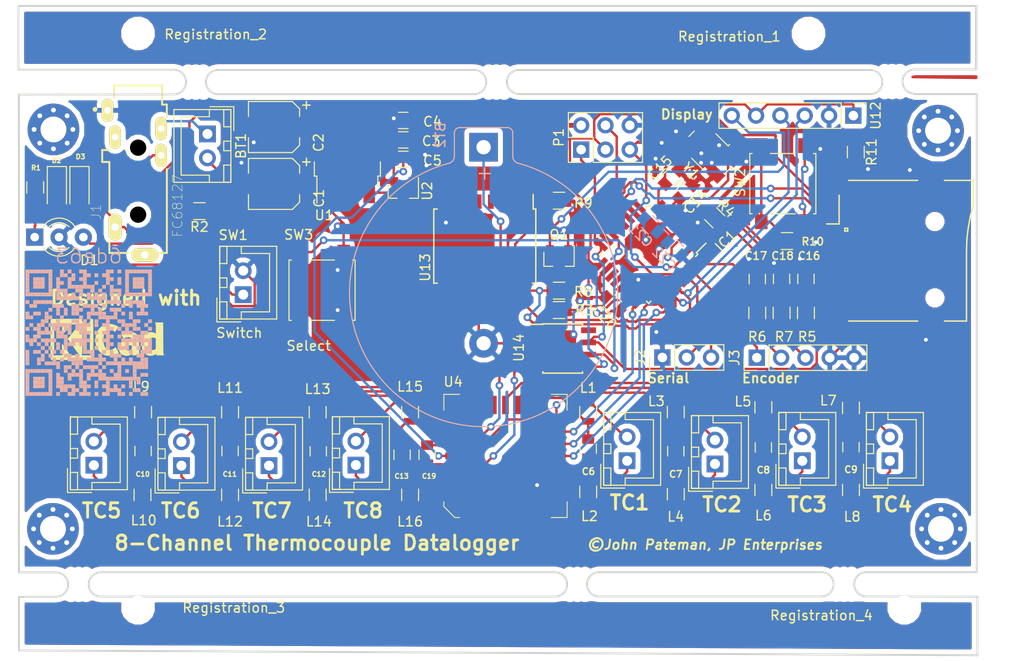
<source format=kicad_pcb>
(kicad_pcb (version 20170123) (host pcbnew "(2017-07-16 revision e797af3)-master")
  (title_block (title "8-Channel Thermocouple Logger") (date 2017-09-06) (rev fc8d01) (company "JP Enterprises"))
  (layers (0 F.Cu signal) (31 B.Cu signal) (34 B.Paste user) (35 F.Paste user) (36 B.SilkS user) (37 F.SilkS user) (38 B.Mask user) (39 F.Mask user) (44 Edge.Cuts user))
  (net 0 "")
  (net 1 "Net-(BT2-Pad1)")
  (net 2 GND)
  (net 3 5V0)
  (net 4 "/Thermocouple connectors/SB1")
  (net 5 "/Thermocouple connectors/SA1")
  (net 6 "/Thermocouple connectors/SA2")
  (net 7 "/Thermocouple connectors/SB2")
  (net 8 "/Thermocouple connectors/SB3")
  (net 9 "/Thermocouple connectors/SA3")
  (net 10 "/Thermocouple connectors/SB4")
  (net 11 "/Thermocouple connectors/SA4")
  (net 12 "/Thermocouple connectors/SB5")
  (net 13 "/Thermocouple connectors/SA5")
  (net 14 "/Thermocouple connectors/SB6")
  (net 15 "/Thermocouple connectors/SA6")
  (net 16 "/Thermocouple connectors/SA7")
  (net 17 "/Thermocouple connectors/SB7")
  (net 18 "/Thermocouple connectors/SA8")
  (net 19 "/Thermocouple connectors/SB8")
  (net 20 3V3)
  (net 21 ENC_SW)
  (net 22 ENC_A)
  (net 23 ENC_B/SW1)
  (net 24 DB_MUX)
  (net 25 DA_MUX)
  (net 26 9V0)
  (net 27 MISO)
  (net 28 SCK)
  (net 29 MOSI)
  (net 30 "Net-(D1-Pad3)")
  (net 31 "Net-(D1-Pad1)")
  (net 32 "Net-(L1-Pad2)")
  (net 33 "Net-(L2-Pad1)")
  (net 34 "Net-(L3-Pad2)")
  (net 35 "Net-(L4-Pad1)")
  (net 36 "Net-(L5-Pad2)")
  (net 37 "Net-(L6-Pad1)")
  (net 38 "Net-(L7-Pad2)")
  (net 39 "Net-(L8-Pad1)")
  (net 40 "Net-(L9-Pad2)")
  (net 41 "Net-(L10-Pad1)")
  (net 42 "Net-(L11-Pad2)")
  (net 43 "Net-(L12-Pad1)")
  (net 44 "Net-(L13-Pad2)")
  (net 45 "Net-(L14-Pad1)")
  (net 46 "Net-(L15-Pad2)")
  (net 47 "Net-(L16-Pad1)")
  (net 48 SCL)
  (net 49 SDA)
  (net 50 "Net-(Q1-Pad3)")
  (net 51 "Net-(D2-Pad2)")
  (net 52 "Net-(D3-Pad2)")
  (net 53 "Net-(Q1-Pad2)")
  (net 54 SS0)
  (net 55 Tx)
  (net 56 Rx)
  (net 57 B_LIGHT)
  (net 58 SLCT0)
  (net 59 SLCT1)
  (net 60 SLCT2)
  (net 61 "Net-(BT1-Pad2)")
  (net 62 "Net-(BT1-Pad1)")
  (net 63 "Net-(C14-Pad2)")
  (net 64 "Net-(C15-Pad2)")
  (net 65 RESET)
  (net 66 SS1)
  (net 67 "Net-(J3-Pad3)")
  (net 68 "Net-(J3-Pad2)")
  (net 69 "Net-(J3-Pad1)")
  (net 70 "Net-(CON1-Pad8)")
  (net 71 "Net-(CON1-Pad9)")
  (net 72 "Net-(IC1-Pad22)")
  (net 73 "Net-(IC1-Pad20)")
  (net 74 "Net-(IC1-Pad19)")
  (net 75 "Net-(IC1-Pad13)")
  (net 76 "Net-(IC1-Pad11)")
  (net 77 "Net-(IC1-Pad10)")
  (net 78 "Net-(IC1-Pad9)")
  (net 79 "Net-(J1-Pad5)")
  (net 80 "Net-(R11-Pad1)")
  (net 81 "Net-(U13-Pad4)")
  (net 82 "Net-(U13-Pad3)")
  (net 83 "Net-(U13-Pad1)")
  (net 84 "Net-(J1-Pad6)")
  (module Capacitors_SMD:CP_Elec_5x5.3 (layer F.Cu) (at 94.2 75.692 180)
    (fp_text reference C1 (at -4.699 -1.524 270) (layer F.SilkS))
    (fp_text value 100uF)
    (fp_text user + (at -3.38 2.34 180) (layer F.SilkS))
    (pad 1 smd rect (at -2.2 0) (size 3 1.6) (layers F.Cu F.Paste F.Mask) (net 26 9V0))
    (pad 2 smd rect (at 2.2 0) (size 3 1.6) (layers F.Cu F.Paste F.Mask) (net 2 GND))
  )
  (module Connectors_JST:JST_XH_B02B-XH-A_02x2.50mm_Straight (layer F.Cu) (at 87.25 70.5 270)
    (fp_text reference BT1 (at 1.25 -3.5 270) (layer F.SilkS))
    (fp_text value Battery)
    (pad 1 thru_hole rect (at 0 0 270) (size 1.75 1.75) (drill 1.05) (layers *.Cu *.Mask) (net 62 "Net-(BT1-Pad1)"))
    (pad 2 thru_hole circle (at 2.5 0 270) (size 1.75 1.75) (drill 1.05) (layers *.Cu *.Mask) (net 61 "Net-(BT1-Pad2)"))
  )
  (module jp_personal:CLIFF_FC68127 (layer F.Cu) (at 80.01 74.93)
    (fp_text reference J1 (at -4.38941 3.71373 90) (layer F.SilkS) (effects (font (size 1.00101 1.00101) (thickness 0.05))))
    (fp_text value FC68127 (at 4.1193 3.07822 90) (layer F.SilkS) (effects (font (size 1.00105 1.00105) (thickness 0.05))))
    (pad Hole np_thru_hole circle (at 0 4) (size 1.7 1.7) (drill 1.7) (layers))
    (pad Hole np_thru_hole circle (at 0 -3) (size 1.7 1.7) (drill 1.7) (layers))
    (pad 5 thru_hole oval (at 0.7 8.2 180) (size 2.8 1.4) (drill 0.8) (layers *.Cu *.Mask F.SilkS) (net 79 "Net-(J1-Pad5)"))
    (pad 3 thru_hole oval (at -2.4 5.3 90) (size 2.8 1.4) (drill 0.8) (layers *.Cu *.Mask F.SilkS) (net 52 "Net-(D3-Pad2)"))
    (pad 2 thru_hole oval (at 2.4 -2.2 90) (size 2.416 1.208) (drill 0.7) (layers *.Cu *.Mask F.SilkS) (net 51 "Net-(D2-Pad2)"))
    (pad 6 thru_hole oval (at -2.4 -4.1 90) (size 2.416 1.208) (drill 0.7) (layers *.Cu *.Mask F.SilkS) (net 84 "Net-(J1-Pad6)"))
    (pad 4 thru_hole oval (at 2.4 -5 90) (size 2.416 1.208) (drill 0.7) (layers *.Cu *.Mask F.SilkS) (net 62 "Net-(BT1-Pad1)"))
    (pad 1 thru_hole oval (at -3.2 -6.9 90) (size 2.416 1.208) (drill 0.7) (layers *.Cu *.Mask F.SilkS) (net 2 GND))
  )
  (module Diodes_SMD:D_SOD-123 (layer F.Cu) (at 71.5264 76.1492 270)
    (fp_text reference D2 (at -2.8702 0.0254) (layer F.SilkS) (effects (font (size 0.5 0.5) (thickness 0.125))))
    (fp_text value 1N4448W-7-F)
    (pad 2 smd rect (at 1.65 0 270) (size 0.9 1.2) (layers F.Cu F.Paste F.Mask) (net 51 "Net-(D2-Pad2)"))
    (pad 1 smd rect (at -1.65 0 270) (size 0.9 1.2) (layers F.Cu F.Paste F.Mask) (net 26 9V0))
  )
  (module LEDs:LED_D3.0mm-3 (layer F.Cu) (at 69.215 81.28)
    (fp_text reference D1 (at 5.715 2.413) (layer F.SilkS))
    (fp_text value LED_Dual_ACA)
    (pad 3 thru_hole circle (at 5.08 0) (size 1.8 1.8) (drill 0.9) (layers *.Cu *.Mask) (net 30 "Net-(D1-Pad3)"))
    (pad 2 thru_hole circle (at 2.54 0) (size 1.8 1.8) (drill 0.9) (layers *.Cu *.Mask) (net 2 GND))
    (pad 1 thru_hole rect (at 0 0) (size 1.8 1.8) (drill 0.9) (layers *.Cu *.Mask) (net 31 "Net-(D1-Pad1)"))
  )
  (module Mouse_Bites:mouse-bite-2.54mm-slot (layer F.Cu) (at 158.75 65.024)
    (fp_text reference mouse-bite-2.54mm-slot hide)
    (fp_text value VAL** hide)
    (pad "" np_thru_hole circle (at 0.8 1.1) (size 0.5 0.5) (drill 0.5) (layers *.Cu *.Mask))
    (pad "" np_thru_hole circle (at -0.8 1.1) (size 0.5 0.5) (drill 0.5) (layers *.Cu *.Mask))
    (pad "" np_thru_hole circle (at -0.8 -1.1) (size 0.5 0.5) (drill 0.5) (layers *.Cu *.Mask))
    (pad "" np_thru_hole circle (at 0.8 -1.1) (size 0.5 0.5) (drill 0.5) (layers *.Cu *.Mask))
    (pad "" np_thru_hole circle (at 0 1.1) (size 0.5 0.5) (drill 0.5) (layers *.Cu *.Mask))
    (pad "" np_thru_hole circle (at 0 -1.1) (size 0.5 0.5) (drill 0.5) (layers *.Cu *.Mask))
  )
  (module Alignment_Fixtures:Alignment_Hole_2.5mm (layer F.Cu) (at 80 60)
    (fp_text reference Registration_2 (at 8.1126 0.0964) (layer F.SilkS))
    (fp_text value Alignment_Hole_2.5mm)
    (pad "" np_thru_hole circle (at 0 0) (size 2.5 2.5) (drill 2.5) (layers *.Cu *.Paste *.Mask))
  )
  (module Alignment_Fixtures:Alignment_Hole_2.5mm (layer F.Cu) (at 150 60)
    (fp_text reference Registration_1 (at -8.268 0.325) (layer F.SilkS))
    (fp_text value Alignment_Hole_2.5mm)
    (pad "" np_thru_hole circle (at 0 0) (size 2.5 2.5) (drill 2.5) (layers *.Cu *.Paste *.Mask))
  )
  (module Alignment_Fixtures:Alignment_Hole_2.5mm (layer F.Cu) (at 80 120)
    (fp_text reference Registration_3 (at 10 0) (layer F.SilkS))
    (fp_text value Alignment_Hole_2.5mm)
    (pad "" np_thru_hole circle (at 0 0) (size 2.5 2.5) (drill 2.5) (layers *.Cu *.Paste *.Mask))
  )
  (module Mouse_Bites:mouse-bite-2.54mm-slot (layer F.Cu) (at 153.6955 117.5434)
    (fp_text reference mouse-bite-2.54mm-slot hide)
    (fp_text value VAL** hide)
    (pad "" np_thru_hole circle (at 0.8 1.1) (size 0.5 0.5) (drill 0.5) (layers *.Cu *.Mask))
    (pad "" np_thru_hole circle (at -0.8 1.1) (size 0.5 0.5) (drill 0.5) (layers *.Cu *.Mask))
    (pad "" np_thru_hole circle (at -0.8 -1.1) (size 0.5 0.5) (drill 0.5) (layers *.Cu *.Mask))
    (pad "" np_thru_hole circle (at 0.8 -1.1) (size 0.5 0.5) (drill 0.5) (layers *.Cu *.Mask))
    (pad "" np_thru_hole circle (at 0 1.1) (size 0.5 0.5) (drill 0.5) (layers *.Cu *.Mask))
    (pad "" np_thru_hole circle (at 0 -1.1) (size 0.5 0.5) (drill 0.5) (layers *.Cu *.Mask))
  )
  (module Mouse_Bites:mouse-bite-2.54mm-slot (layer F.Cu) (at 73.787 117.5639)
    (fp_text reference mouse-bite-2.54mm-slot hide)
    (fp_text value VAL** hide)
    (pad "" np_thru_hole circle (at 0.8 1.1) (size 0.5 0.5) (drill 0.5) (layers *.Cu *.Mask))
    (pad "" np_thru_hole circle (at -0.8 1.1) (size 0.5 0.5) (drill 0.5) (layers *.Cu *.Mask))
    (pad "" np_thru_hole circle (at -0.8 -1.1) (size 0.5 0.5) (drill 0.5) (layers *.Cu *.Mask))
    (pad "" np_thru_hole circle (at 0.8 -1.1) (size 0.5 0.5) (drill 0.5) (layers *.Cu *.Mask))
    (pad "" np_thru_hole circle (at 0 1.1) (size 0.5 0.5) (drill 0.5) (layers *.Cu *.Mask))
    (pad "" np_thru_hole circle (at 0 -1.1) (size 0.5 0.5) (drill 0.5) (layers *.Cu *.Mask))
  )
  (module Mouse_Bites:mouse-bite-2.54mm-slot (layer F.Cu) (at 125.8697 117.5639)
    (fp_text reference mouse-bite-2.54mm-slot hide)
    (fp_text value VAL** hide)
    (pad "" np_thru_hole circle (at 0.8 1.1) (size 0.5 0.5) (drill 0.5) (layers *.Cu *.Mask))
    (pad "" np_thru_hole circle (at -0.8 1.1) (size 0.5 0.5) (drill 0.5) (layers *.Cu *.Mask))
    (pad "" np_thru_hole circle (at -0.8 -1.1) (size 0.5 0.5) (drill 0.5) (layers *.Cu *.Mask))
    (pad "" np_thru_hole circle (at 0.8 -1.1) (size 0.5 0.5) (drill 0.5) (layers *.Cu *.Mask))
    (pad "" np_thru_hole circle (at 0 1.1) (size 0.5 0.5) (drill 0.5) (layers *.Cu *.Mask))
    (pad "" np_thru_hole circle (at 0 -1.1) (size 0.5 0.5) (drill 0.5) (layers *.Cu *.Mask))
  )
  (module Mouse_Bites:mouse-bite-2.54mm-slot (layer F.Cu) (at 86.0298 65.0748)
    (fp_text reference mouse-bite-2.54mm-slot hide)
    (fp_text value VAL** hide)
    (pad "" np_thru_hole circle (at 0.8 1.1) (size 0.5 0.5) (drill 0.5) (layers *.Cu *.Mask))
    (pad "" np_thru_hole circle (at -0.8 1.1) (size 0.5 0.5) (drill 0.5) (layers *.Cu *.Mask))
    (pad "" np_thru_hole circle (at -0.8 -1.1) (size 0.5 0.5) (drill 0.5) (layers *.Cu *.Mask))
    (pad "" np_thru_hole circle (at 0.8 -1.1) (size 0.5 0.5) (drill 0.5) (layers *.Cu *.Mask))
    (pad "" np_thru_hole circle (at 0 1.1) (size 0.5 0.5) (drill 0.5) (layers *.Cu *.Mask))
    (pad "" np_thru_hole circle (at 0 -1.1) (size 0.5 0.5) (drill 0.5) (layers *.Cu *.Mask))
  )
  (module Mouse_Bites:mouse-bite-2.54mm-slot (layer F.Cu) (at 117.4242 65.0748)
    (fp_text reference mouse-bite-2.54mm-slot hide)
    (fp_text value VAL** hide)
    (pad "" np_thru_hole circle (at 0.8 1.1) (size 0.5 0.5) (drill 0.5) (layers *.Cu *.Mask))
    (pad "" np_thru_hole circle (at -0.8 1.1) (size 0.5 0.5) (drill 0.5) (layers *.Cu *.Mask))
    (pad "" np_thru_hole circle (at -0.8 -1.1) (size 0.5 0.5) (drill 0.5) (layers *.Cu *.Mask))
    (pad "" np_thru_hole circle (at 0.8 -1.1) (size 0.5 0.5) (drill 0.5) (layers *.Cu *.Mask))
    (pad "" np_thru_hole circle (at 0 1.1) (size 0.5 0.5) (drill 0.5) (layers *.Cu *.Mask))
    (pad "" np_thru_hole circle (at 0 -1.1) (size 0.5 0.5) (drill 0.5) (layers *.Cu *.Mask))
  )
  (module Alignment_Fixtures:Alignment_Hole_2.5mm (layer F.Cu) (at 160 120)
    (fp_text reference Registration_4 (at -8.65 0.8) (layer F.SilkS))
    (fp_text value Alignment_Hole_2.5mm)
    (pad "" np_thru_hole circle (at 0 0) (size 2.5 2.5) (drill 2.5) (layers *.Cu *.Paste *.Mask))
  )
  (module 6de63 (layer F.Cu) (at 74.8538 91.2622)
    (fp_text reference QR***** hide)
    (fp_text value 6de63 (at 0 -8) (layer B.SilkS) (effects (justify mirror)))
  )
  (module Symbols:Symbol_KiCAD-Logo_CopperAndSilkScreenTop (layer F.Cu) (at 76.7842 91.7702)
    (fp_text reference REF** hide)
    (fp_text value "KiCAD Logo" hide)
  )
  (module Buttons_Switches_SMD:SW_SPST_B3S-1000 (layer F.Cu) (at 147.32 75.692 90)
    (fp_text reference SW2 (at 0.127 -4.445 90) (layer F.SilkS))
    (fp_text value SW_PUSH)
    (pad 2 smd rect (at 3.975 2.25 90) (size 1.55 1.3) (layers F.Cu F.Paste F.Mask) (net 80 "Net-(R11-Pad1)"))
    (pad 2 smd rect (at -3.975 2.25 90) (size 1.55 1.3) (layers F.Cu F.Paste F.Mask) (net 80 "Net-(R11-Pad1)"))
    (pad 1 smd rect (at 3.975 -2.25 90) (size 1.55 1.3) (layers F.Cu F.Paste F.Mask) (net 65 RESET))
    (pad 1 smd rect (at -3.975 -2.25 90) (size 1.55 1.3) (layers F.Cu F.Paste F.Mask) (net 65 RESET))
  )
  (module Housings_QFP:TQFP-32_7x7mm_Pitch0.8mm (layer F.Cu) (at 133.316973 83.076363 225)
    (fp_text reference IC1 (at -6.681728 -4.680102 225) (layer F.SilkS))
    (fp_text value ATMEGA328-P)
    (pad 32 smd rect (at -2.8 -4.25 315) (size 1.6 0.55) (layers F.Cu F.Paste F.Mask) (net 22 ENC_A))
    (pad 31 smd rect (at -2 -4.25 315) (size 1.6 0.55) (layers F.Cu F.Paste F.Mask) (net 55 Tx))
    (pad 30 smd rect (at -1.2 -4.25 315) (size 1.6 0.55) (layers F.Cu F.Paste F.Mask) (net 56 Rx))
    (pad 29 smd rect (at -0.4 -4.25 315) (size 1.6 0.55) (layers F.Cu F.Paste F.Mask) (net 65 RESET))
    (pad 28 smd rect (at 0.4 -4.25 315) (size 1.6 0.55) (layers F.Cu F.Paste F.Mask) (net 48 SCL))
    (pad 27 smd rect (at 1.2 -4.25 315) (size 1.6 0.55) (layers F.Cu F.Paste F.Mask) (net 49 SDA))
    (pad 26 smd rect (at 2 -4.25 315) (size 1.6 0.55) (layers F.Cu F.Paste F.Mask) (net 60 SLCT2))
    (pad 25 smd rect (at 2.8 -4.25 315) (size 1.6 0.55) (layers F.Cu F.Paste F.Mask) (net 59 SLCT1))
    (pad 24 smd rect (at 4.25 -2.8 225) (size 1.6 0.55) (layers F.Cu F.Paste F.Mask) (net 58 SLCT0))
    (pad 23 smd rect (at 4.25 -2 225) (size 1.6 0.55) (layers F.Cu F.Paste F.Mask) (net 57 B_LIGHT))
    (pad 22 smd rect (at 4.25 -1.2 225) (size 1.6 0.55) (layers F.Cu F.Paste F.Mask) (net 72 "Net-(IC1-Pad22)"))
    (pad 21 smd rect (at 4.25 -0.4 225) (size 1.6 0.55) (layers F.Cu F.Paste F.Mask) (net 2 GND))
    (pad 20 smd rect (at 4.25 0.4 225) (size 1.6 0.55) (layers F.Cu F.Paste F.Mask) (net 73 "Net-(IC1-Pad20)"))
    (pad 19 smd rect (at 4.25 1.2 225) (size 1.6 0.55) (layers F.Cu F.Paste F.Mask) (net 74 "Net-(IC1-Pad19)"))
    (pad 18 smd rect (at 4.25 2 225) (size 1.6 0.55) (layers F.Cu F.Paste F.Mask) (net 20 3V3))
    (pad 17 smd rect (at 4.25 2.8 225) (size 1.6 0.55) (layers F.Cu F.Paste F.Mask) (net 28 SCK))
    (pad 16 smd rect (at 2.8 4.25 315) (size 1.6 0.55) (layers F.Cu F.Paste F.Mask) (net 27 MISO))
    (pad 15 smd rect (at 2 4.25 315) (size 1.6 0.55) (layers F.Cu F.Paste F.Mask) (net 29 MOSI))
    (pad 14 smd rect (at 1.2 4.25 315) (size 1.6 0.55) (layers F.Cu F.Paste F.Mask) (net 66 SS1))
    (pad 13 smd rect (at 0.4 4.25 315) (size 1.6 0.55) (layers F.Cu F.Paste F.Mask) (net 75 "Net-(IC1-Pad13)"))
    (pad 12 smd rect (at -0.4 4.25 315) (size 1.6 0.55) (layers F.Cu F.Paste F.Mask) (net 54 SS0))
    (pad 11 smd rect (at -1.2 4.25 315) (size 1.6 0.55) (layers F.Cu F.Paste F.Mask) (net 76 "Net-(IC1-Pad11)"))
    (pad 10 smd rect (at -2 4.25 315) (size 1.6 0.55) (layers F.Cu F.Paste F.Mask) (net 77 "Net-(IC1-Pad10)"))
    (pad 9 smd rect (at -2.8 4.25 315) (size 1.6 0.55) (layers F.Cu F.Paste F.Mask) (net 78 "Net-(IC1-Pad9)"))
    (pad 8 smd rect (at -4.25 2.8 225) (size 1.6 0.55) (layers F.Cu F.Paste F.Mask) (net 64 "Net-(C15-Pad2)"))
    (pad 7 smd rect (at -4.25 2 225) (size 1.6 0.55) (layers F.Cu F.Paste F.Mask) (net 63 "Net-(C14-Pad2)"))
    (pad 6 smd rect (at -4.25 1.2 225) (size 1.6 0.55) (layers F.Cu F.Paste F.Mask) (net 20 3V3))
    (pad 5 smd rect (at -4.25 0.4 225) (size 1.6 0.55) (layers F.Cu F.Paste F.Mask) (net 2 GND))
    (pad 4 smd rect (at -4.25 -0.4 225) (size 1.6 0.55) (layers F.Cu F.Paste F.Mask) (net 20 3V3))
    (pad 3 smd rect (at -4.25 -1.2 225) (size 1.6 0.55) (layers F.Cu F.Paste F.Mask) (net 2 GND))
    (pad 2 smd rect (at -4.25 -2 225) (size 1.6 0.55) (layers F.Cu F.Paste F.Mask) (net 21 ENC_SW))
    (pad 1 smd rect (at -4.25 -2.8 225) (size 1.6 0.55) (layers F.Cu F.Paste F.Mask) (net 23 ENC_B/SW1))
  )
  (module jp_personal:Conn_uSDcard (layer F.Cu) (at 163.195 82.7 90)
    (fp_text reference CON1)
    (fp_text value SD_Card)
    (pad 3 smd rect (at 0 -10.5 90) (size 0.7 1.6) (layers F.Cu F.Paste F.Mask) (net 2 GND))
    (pad "" np_thru_hole circle (at -4.93 0 90) (size 1 1) (drill 1) (layers *.Cu))
    (pad "" np_thru_hole circle (at 3.05 0 90) (size 1 1) (drill 1) (layers *.Cu))
    (pad 2 smd rect (at 1.1 -10.5 90) (size 0.7 1.6) (layers F.Cu F.Paste F.Mask) (net 29 MOSI))
    (pad 1 smd rect (at 2.2 -10.5 90) (size 0.7 1.6) (layers F.Cu F.Paste F.Mask) (net 54 SS0))
    (pad 4 smd rect (at -1.1 -10.5 90) (size 0.7 1.6) (layers F.Cu F.Paste F.Mask) (net 20 3V3))
    (pad 5 smd rect (at -2.2 -10.5 90) (size 0.7 1.6) (layers F.Cu F.Paste F.Mask) (net 28 SCK))
    (pad 6 smd rect (at -3.3 -10.5 90) (size 0.7 1.6) (layers F.Cu F.Paste F.Mask) (net 2 GND))
    (pad 8 smd rect (at -5.5 -10.5 90) (size 0.7 1.6) (layers F.Cu F.Paste F.Mask) (net 70 "Net-(CON1-Pad8)"))
    (pad 7 smd rect (at -4.4 -10.5 90) (size 0.7 1.6) (layers F.Cu F.Paste F.Mask) (net 27 MISO))
    (pad 9 smd rect (at -6.6 -10.5 90) (size 0.7 1.6) (layers F.Cu F.Paste F.Mask) (net 71 "Net-(CON1-Pad9)"))
    (pad 6 smd rect (at -7.75 -10 90) (size 1.2 1.4) (layers F.Cu F.Paste F.Mask) (net 2 GND))
    (pad 6 smd rect (at 6.85 -10 90) (size 1.6 1.4) (layers F.Cu F.Paste F.Mask) (net 2 GND))
    (pad 6 smd rect (at -7.75 -0.4 90) (size 1.2 2.2) (layers F.Cu F.Paste F.Mask) (net 2 GND))
    (pad 6 smd rect (at 7.75 -0.4 90) (size 1.2 2.2) (layers F.Cu F.Paste F.Mask) (net 2 GND))
  )
  (module Connectors_JST:JST_XH_B02B-XH-A_02x2.50mm_Straight (layer F.Cu) (at 90.9828 87.2852 90)
    (fp_text reference SW1 (at 6.223 -1.0414 180) (layer F.SilkS))
    (fp_text value SW_SPST)
    (pad 2 thru_hole circle (at 2.5 0 90) (size 1.75 1.75) (drill 1.05) (layers *.Cu *.Mask) (net 2 GND))
    (pad 1 thru_hole rect (at 0 0 90) (size 1.75 1.75) (drill 1.05) (layers *.Cu *.Mask) (net 61 "Net-(BT1-Pad2)"))
  )
  (module Pin_Headers:Pin_Header_Straight_2x03_Pitch2.54mm (layer F.Cu) (at 126.2634 72.136 90)
    (fp_text reference P1 (at 1.27 -2.33 90) (layer F.SilkS))
    (fp_text value CONN_02X03)
    (pad 6 thru_hole oval (at 2.54 5.08 90) (size 1.7 1.7) (drill 1) (layers *.Cu *.Mask) (net 2 GND))
    (pad 5 thru_hole oval (at 0 5.08 90) (size 1.7 1.7) (drill 1) (layers *.Cu *.Mask) (net 65 RESET))
    (pad 4 thru_hole oval (at 2.54 2.54 90) (size 1.7 1.7) (drill 1) (layers *.Cu *.Mask) (net 29 MOSI))
    (pad 3 thru_hole oval (at 0 2.54 90) (size 1.7 1.7) (drill 1) (layers *.Cu *.Mask) (net 28 SCK))
    (pad 2 thru_hole oval (at 2.54 0 90) (size 1.7 1.7) (drill 1) (layers *.Cu *.Mask) (net 20 3V3))
    (pad 1 thru_hole rect (at 0 0 90) (size 1.7 1.7) (drill 1) (layers *.Cu *.Mask) (net 27 MISO))
  )
  (module Battery_Holders:Keystone_106_1x20mm-CoinCell (layer B.Cu) (at 116.078 71.882 270)
    (fp_text reference BT2 (at -1.25 4.5 270) (layer B.SilkS) (effects (justify mirror)))
    (fp_text value "3V [CR2032]")
    (fp_text user + (at 2.75 0 270) (layer B.SilkS) (effects (font (size 1.5 1.5)) (justify mirror)))
    (pad 1 thru_hole rect (at 0 0 270) (size 3 3) (drill 1.5) (layers *.Cu *.Mask) (net 1 "Net-(BT2-Pad1)"))
    (pad 2 thru_hole circle (at 20.49 0 270) (size 3 3) (drill 1.5) (layers *.Cu *.Mask) (net 2 GND))
  )
  (module Capacitors_SMD:C_0805 (layer F.Cu) (at 137.177773 76.548563 225)
    (fp_text reference C14 (at 0 -1.5 225) (layer F.SilkS))
    (fp_text value 10nF)
    (pad 1 smd rect (at -1 0 225) (size 1 1.25) (layers F.Cu F.Paste F.Mask) (net 2 GND))
    (pad 2 smd rect (at 1 0 225) (size 1 1.25) (layers F.Cu F.Paste F.Mask) (net 63 "Net-(C14-Pad2)"))
  )
  (module Capacitors_SMD:C_0805 (layer F.Cu) (at 135.729973 74.999163 225)
    (fp_text reference C15 (at 0.197148 1.552196 225) (layer F.SilkS))
    (fp_text value 10nF)
    (pad 2 smd rect (at 1 0 225) (size 1 1.25) (layers F.Cu F.Paste F.Mask) (net 64 "Net-(C15-Pad2)"))
    (pad 1 smd rect (at -1 0 225) (size 1 1.25) (layers F.Cu F.Paste F.Mask) (net 2 GND))
  )
  (module Housings_SOIC:SOIC-16W_7.5x10.3mm_Pitch1.27mm (layer F.Cu) (at 116.205 82.218 270)
    (fp_text reference U13 (at 2.237 6.223 270) (layer F.SilkS))
    (fp_text value DS3231)
    (pad 16 smd rect (at 4.65 -4.445 270) (size 1.5 0.6) (layers F.Cu F.Paste F.Mask) (net 48 SCL))
    (pad 15 smd rect (at 4.65 -3.175 270) (size 1.5 0.6) (layers F.Cu F.Paste F.Mask) (net 49 SDA))
    (pad 14 smd rect (at 4.65 -1.905 270) (size 1.5 0.6) (layers F.Cu F.Paste F.Mask) (net 1 "Net-(BT2-Pad1)"))
    (pad 13 smd rect (at 4.65 -0.635 270) (size 1.5 0.6) (layers F.Cu F.Paste F.Mask) (net 2 GND))
    (pad 12 smd rect (at 4.65 0.635 270) (size 1.5 0.6) (layers F.Cu F.Paste F.Mask) (net 2 GND))
    (pad 11 smd rect (at 4.65 1.905 270) (size 1.5 0.6) (layers F.Cu F.Paste F.Mask) (net 2 GND))
    (pad 10 smd rect (at 4.65 3.175 270) (size 1.5 0.6) (layers F.Cu F.Paste F.Mask) (net 2 GND))
    (pad 9 smd rect (at 4.65 4.445 270) (size 1.5 0.6) (layers F.Cu F.Paste F.Mask) (net 2 GND))
    (pad 8 smd rect (at -4.65 4.445 270) (size 1.5 0.6) (layers F.Cu F.Paste F.Mask) (net 2 GND))
    (pad 7 smd rect (at -4.65 3.175 270) (size 1.5 0.6) (layers F.Cu F.Paste F.Mask) (net 2 GND))
    (pad 6 smd rect (at -4.65 1.905 270) (size 1.5 0.6) (layers F.Cu F.Paste F.Mask) (net 2 GND))
    (pad 5 smd rect (at -4.65 0.635 270) (size 1.5 0.6) (layers F.Cu F.Paste F.Mask) (net 2 GND))
    (pad 4 smd rect (at -4.65 -0.635 270) (size 1.5 0.6) (layers F.Cu F.Paste F.Mask) (net 81 "Net-(U13-Pad4)"))
    (pad 3 smd rect (at -4.65 -1.905 270) (size 1.5 0.6) (layers F.Cu F.Paste F.Mask) (net 82 "Net-(U13-Pad3)"))
    (pad 2 smd rect (at -4.65 -3.175 270) (size 1.5 0.6) (layers F.Cu F.Paste F.Mask) (net 20 3V3))
    (pad 1 smd rect (at -4.65 -4.445 270) (size 1.5 0.6) (layers F.Cu F.Paste F.Mask) (net 83 "Net-(U13-Pad1)"))
  )
  (module Capacitors_SMD:C_0805 (layer F.Cu) (at 149.733 85.6488 90)
    (fp_text reference C16 (at 2.413 0.3302 180) (layer F.SilkS) (effects (font (size 0.8 0.8))))
    (fp_text value 100nF)
    (pad 2 smd rect (at 1 0 90) (size 1 1.25) (layers F.Cu F.Paste F.Mask) (net 2 GND))
    (pad 1 smd rect (at -1 0 90) (size 1 1.25) (layers F.Cu F.Paste F.Mask) (net 21 ENC_SW))
  )
  (module Capacitors_SMD:C_0805 (layer F.Cu) (at 144.653 85.6648 90)
    (fp_text reference C17 (at 2.429 -0.127 180) (layer F.SilkS) (effects (font (size 0.8 0.8))))
    (fp_text value 100nF)
    (pad 1 smd rect (at -1 0 90) (size 1 1.25) (layers F.Cu F.Paste F.Mask) (net 22 ENC_A))
    (pad 2 smd rect (at 1 0 90) (size 1 1.25) (layers F.Cu F.Paste F.Mask) (net 2 GND))
  )
  (module Resistors_SMD:R_0805 (layer F.Cu) (at 149.733 89.2048 90)
    (fp_text reference R5 (at -2.4892 0.127 180) (layer F.SilkS))
    (fp_text value 22k)
    (pad 2 smd rect (at 0.95 0 90) (size 0.7 1.3) (layers F.Cu F.Paste F.Mask) (net 21 ENC_SW))
    (pad 1 smd rect (at -0.95 0 90) (size 0.7 1.3) (layers F.Cu F.Paste F.Mask) (net 69 "Net-(J3-Pad1)"))
  )
  (module Resistors_SMD:R_0805 (layer F.Cu) (at 144.653 89.2048 90)
    (fp_text reference R6 (at -2.4892 0 180) (layer F.SilkS))
    (fp_text value 22k)
    (pad 1 smd rect (at -0.95 0 90) (size 0.7 1.3) (layers F.Cu F.Paste F.Mask) (net 68 "Net-(J3-Pad2)"))
    (pad 2 smd rect (at 0.95 0 90) (size 0.7 1.3) (layers F.Cu F.Paste F.Mask) (net 22 ENC_A))
  )
  (module Resistors_SMD:R_0805 (layer F.Cu) (at 147.193 89.2048 90)
    (fp_text reference R7 (at -2.4892 0.254 180) (layer F.SilkS))
    (fp_text value 22k)
    (pad 1 smd rect (at -0.95 0 90) (size 0.7 1.3) (layers F.Cu F.Paste F.Mask) (net 67 "Net-(J3-Pad3)"))
    (pad 2 smd rect (at 0.95 0 90) (size 0.7 1.3) (layers F.Cu F.Paste F.Mask) (net 23 ENC_B/SW1))
  )
  (module Capacitors_SMD:C_0805 (layer F.Cu) (at 147.193 85.6488 90)
    (fp_text reference C18 (at 2.413 0.1016 180) (layer F.SilkS) (effects (font (size 0.8 0.8))))
    (fp_text value 100nF)
    (pad 2 smd rect (at 1 0 90) (size 1 1.25) (layers F.Cu F.Paste F.Mask) (net 2 GND))
    (pad 1 smd rect (at -1 0 90) (size 1 1.25) (layers F.Cu F.Paste F.Mask) (net 23 ENC_B/SW1))
  )
  (module Pin_Headers:Pin_Header_Straight_1x05_Pitch2.54mm (layer F.Cu) (at 144.6022 93.8784 90)
    (fp_text reference J3 (at 0 -2.33 90) (layer F.SilkS))
    (fp_text value CONN_01X05)
    (pad 5 thru_hole oval (at 0 10.16 90) (size 1.7 1.7) (drill 1) (layers *.Cu *.Mask) (net 2 GND))
    (pad 4 thru_hole oval (at 0 7.62 90) (size 1.7 1.7) (drill 1) (layers *.Cu *.Mask) (net 2 GND))
    (pad 3 thru_hole oval (at 0 5.08 90) (size 1.7 1.7) (drill 1) (layers *.Cu *.Mask) (net 67 "Net-(J3-Pad3)"))
    (pad 2 thru_hole oval (at 0 2.54 90) (size 1.7 1.7) (drill 1) (layers *.Cu *.Mask) (net 68 "Net-(J3-Pad2)"))
    (pad 1 thru_hole rect (at 0 0 90) (size 1.7 1.7) (drill 1) (layers *.Cu *.Mask) (net 69 "Net-(J3-Pad1)"))
  )
  (module Inductors_SMD:L_0805 (layer F.Cu) (at 127 107.8992 90)
    (fp_text reference L2 (at -2.54 0.127 180) (layer F.SilkS))
    (fp_text value Ferrite_Bead_Small)
    (pad 2 smd rect (at 0.95 0 90) (size 0.7 1.3) (layers F.Cu F.Paste F.Mask) (net 4 "/Thermocouple connectors/SB1"))
    (pad 1 smd rect (at -0.95 0 90) (size 0.7 1.3) (layers F.Cu F.Paste F.Mask) (net 33 "Net-(L2-Pad1)"))
  )
  (module Inductors_SMD:L_0805 (layer F.Cu) (at 98.7552 108.204 90)
    (fp_text reference L14 (at -2.794 0.127 180) (layer F.SilkS))
    (fp_text value Ferrite_Bead_Small)
    (pad 1 smd rect (at -0.95 0 90) (size 0.7 1.3) (layers F.Cu F.Paste F.Mask) (net 45 "Net-(L14-Pad1)"))
    (pad 2 smd rect (at 0.95 0 90) (size 0.7 1.3) (layers F.Cu F.Paste F.Mask) (net 17 "/Thermocouple connectors/SB7"))
  )
  (module Connectors_JST:JST_XH_B02B-XH-A_02x2.50mm_Straight (layer F.Cu) (at 140.2334 104.9782 90)
    (fp_text reference U5 hide)
    (fp_text value TC_Connector)
    (pad 1 thru_hole rect (at 0 0 90) (size 1.75 1.75) (drill 1.05) (layers *.Cu *.Mask) (net 35 "Net-(L4-Pad1)"))
    (pad 2 thru_hole circle (at 2.5 0 90) (size 1.75 1.75) (drill 1.05) (layers *.Cu *.Mask) (net 34 "Net-(L3-Pad2)"))
  )
  (module Housings_LCC:PLCC-28 (layer F.Cu) (at 118.364 104.14 90)
    (fp_text reference U4 (at 7.747 -5.461 180) (layer F.SilkS))
    (fp_text value ADG407)
    (pad 25 smd rect (at 5.3225 -3.81 90) (size 1.925 0.7) (layers F.Cu F.Paste F.Mask) (net 16 "/Thermocouple connectors/SA7"))
    (pad 24 smd rect (at 5.3225 -2.54 90) (size 1.925 0.7) (layers F.Cu F.Paste F.Mask) (net 15 "/Thermocouple connectors/SA6"))
    (pad 23 smd rect (at 5.3225 -1.27 90) (size 1.925 0.7) (layers F.Cu F.Paste F.Mask) (net 13 "/Thermocouple connectors/SA5"))
    (pad 22 smd rect (at 5.3225 0 90) (size 1.925 0.7) (layers F.Cu F.Paste F.Mask) (net 11 "/Thermocouple connectors/SA4"))
    (pad 21 smd rect (at 5.3225 1.27 90) (size 1.925 0.7) (layers F.Cu F.Paste F.Mask) (net 9 "/Thermocouple connectors/SA3"))
    (pad 20 smd rect (at 5.3225 2.54 90) (size 1.925 0.7) (layers F.Cu F.Paste F.Mask) (net 6 "/Thermocouple connectors/SA2"))
    (pad 19 smd rect (at 5.3225 3.81 90) (size 1.925 0.7) (layers F.Cu F.Paste F.Mask) (net 5 "/Thermocouple connectors/SA1"))
    (pad 18 smd rect (at 3.81 5.3225 90) (size 0.7 1.925) (layers F.Cu F.Paste F.Mask) (net 3 5V0))
    (pad 17 smd rect (at 2.54 5.3225 90) (size 0.7 1.925) (layers F.Cu F.Paste F.Mask) (net 58 SLCT0))
    (pad 16 smd rect (at 1.27 5.3225 90) (size 0.7 1.925) (layers F.Cu F.Paste F.Mask) (net 59 SLCT1))
    (pad 15 smd rect (at 0 5.3225 90) (size 0.7 1.925) (layers F.Cu F.Paste F.Mask) (net 60 SLCT2))
    (pad 14 smd rect (at -1.27 5.3225 90) (size 0.7 1.925) (layers F.Cu F.Paste F.Mask))
    (pad 13 smd rect (at -2.54 5.3225 90) (size 0.7 1.925) (layers F.Cu F.Paste F.Mask))
    (pad 12 smd rect (at -3.81 5.3225 90) (size 0.7 1.925) (layers F.Cu F.Paste F.Mask) (net 2 GND))
    (pad 11 smd rect (at -5.3225 3.81 90) (size 1.925 0.7) (layers F.Cu F.Paste F.Mask) (net 4 "/Thermocouple connectors/SB1"))
    (pad 10 smd rect (at -5.3225 2.54 90) (size 1.925 0.7) (layers F.Cu F.Paste F.Mask) (net 7 "/Thermocouple connectors/SB2"))
    (pad 9 smd rect (at -5.3225 1.27 90) (size 1.925 0.7) (layers F.Cu F.Paste F.Mask) (net 8 "/Thermocouple connectors/SB3"))
    (pad 8 smd rect (at -5.3225 0 90) (size 1.925 0.7) (layers F.Cu F.Paste F.Mask) (net 10 "/Thermocouple connectors/SB4"))
    (pad 7 smd rect (at -5.3225 -1.27 90) (size 1.925 0.7) (layers F.Cu F.Paste F.Mask) (net 12 "/Thermocouple connectors/SB5"))
    (pad 6 smd rect (at -5.3225 -2.54 90) (size 1.925 0.7) (layers F.Cu F.Paste F.Mask) (net 14 "/Thermocouple connectors/SB6"))
    (pad 5 smd rect (at -5.3225 -3.81 90) (size 1.925 0.7) (layers F.Cu F.Paste F.Mask) (net 17 "/Thermocouple connectors/SB7"))
    (pad 26 smd rect (at 3.81 -5.3225 90) (size 0.7 1.925) (layers F.Cu F.Paste F.Mask) (net 18 "/Thermocouple connectors/SA8"))
    (pad 27 smd rect (at 2.54 -5.3225 90) (size 0.7 1.925) (layers F.Cu F.Paste F.Mask))
    (pad 28 smd rect (at 1.27 -5.3225 90) (size 0.7 1.925) (layers F.Cu F.Paste F.Mask) (net 25 DA_MUX))
    (pad 4 smd rect (at -3.81 -5.3225 90) (size 0.7 1.925) (layers F.Cu F.Paste F.Mask) (net 19 "/Thermocouple connectors/SB8"))
    (pad 3 smd rect (at -2.54 -5.3225 90) (size 0.7 1.925) (layers F.Cu F.Paste F.Mask))
    (pad 2 smd rect (at -1.27 -5.3225 90) (size 0.7 1.925) (layers F.Cu F.Paste F.Mask) (net 24 DB_MUX))
    (pad 1 smd rect (at 0 -5.3225 90) (size 0.7 1.925) (layers F.Cu F.Paste F.Mask) (net 3 5V0))
  )
  (module Inductors_SMD:L_0805 (layer F.Cu) (at 136.144 99.552 90)
    (fp_text reference L3 (at 1.127 -2.032 180) (layer F.SilkS))
    (fp_text value Ferrite_Bead_Small)
    (pad 1 smd rect (at -0.95 0 90) (size 0.7 1.3) (layers F.Cu F.Paste F.Mask) (net 6 "/Thermocouple connectors/SA2"))
    (pad 2 smd rect (at 0.95 0 90) (size 0.7 1.3) (layers F.Cu F.Paste F.Mask) (net 34 "Net-(L3-Pad2)"))
  )
  (module Capacitors_SMD:C_0805 (layer F.Cu) (at 107.696 71.12 180)
    (fp_text reference C3 (at -2.921 -0.127 180) (layer F.SilkS))
    (fp_text value 100nF)
    (pad 2 smd rect (at 1 0 180) (size 1 1.25) (layers F.Cu F.Paste F.Mask) (net 2 GND))
    (pad 1 smd rect (at -1 0 180) (size 1 1.25) (layers F.Cu F.Paste F.Mask) (net 3 5V0))
  )
  (module Capacitors_SMD:C_0805 (layer F.Cu) (at 107.696 69.088 180)
    (fp_text reference C4 (at -3.048 -0.127 180) (layer F.SilkS))
    (fp_text value 10uF)
    (pad 1 smd rect (at -1 0 180) (size 1 1.25) (layers F.Cu F.Paste F.Mask) (net 3 5V0))
    (pad 2 smd rect (at 1 0 180) (size 1 1.25) (layers F.Cu F.Paste F.Mask) (net 2 GND))
  )
  (module Capacitors_SMD:C_0805 (layer F.Cu) (at 107.696 73.152)
    (fp_text reference C5 (at 3.048 0.127) (layer F.SilkS))
    (fp_text value 100nF)
    (pad 2 smd rect (at 1 0) (size 1 1.25) (layers F.Cu F.Paste F.Mask) (net 2 GND))
    (pad 1 smd rect (at -1 0) (size 1 1.25) (layers F.Cu F.Paste F.Mask) (net 20 3V3))
  )
  (module Capacitors_SMD:C_0805 (layer F.Cu) (at 127 103.378 270)
    (fp_text reference C6 (at 2.3876 -0.0254 180) (layer F.SilkS) (effects (font (size 0.7 0.7))))
    (fp_text value 10nF)
    (pad 2 smd rect (at 1 0 270) (size 1 1.25) (layers F.Cu F.Paste F.Mask) (net 4 "/Thermocouple connectors/SB1"))
    (pad 1 smd rect (at -1 0 270) (size 1 1.25) (layers F.Cu F.Paste F.Mask) (net 5 "/Thermocouple connectors/SA1"))
  )
  (module Capacitors_SMD:C_0805 (layer F.Cu) (at 136.144 103.648 270)
    (fp_text reference C7 (at 2.397 0 180) (layer F.SilkS) (effects (font (size 0.7 0.7))))
    (fp_text value 10nF)
    (pad 2 smd rect (at 1 0 270) (size 1 1.25) (layers F.Cu F.Paste F.Mask) (net 7 "/Thermocouple connectors/SB2"))
    (pad 1 smd rect (at -1 0 270) (size 1 1.25) (layers F.Cu F.Paste F.Mask) (net 6 "/Thermocouple connectors/SA2"))
  )
  (module Capacitors_SMD:C_0805 (layer F.Cu) (at 145.288 103.251 270)
    (fp_text reference C8 (at 2.3622 0 180) (layer F.SilkS) (effects (font (size 0.7 0.7))))
    (fp_text value 10nF)
    (pad 2 smd rect (at 1 0 270) (size 1 1.25) (layers F.Cu F.Paste F.Mask) (net 8 "/Thermocouple connectors/SB3"))
    (pad 1 smd rect (at -1 0 270) (size 1 1.25) (layers F.Cu F.Paste F.Mask) (net 9 "/Thermocouple connectors/SA3"))
  )
  (module Capacitors_SMD:C_0805 (layer F.Cu) (at 154.432 103.2256 270)
    (fp_text reference C9 (at 2.3368 0) (layer F.SilkS) (effects (font (size 0.7 0.7))))
    (fp_text value 10nF)
    (pad 1 smd rect (at -1 0 270) (size 1 1.25) (layers F.Cu F.Paste F.Mask) (net 11 "/Thermocouple connectors/SA4"))
    (pad 2 smd rect (at 1 0 270) (size 1 1.25) (layers F.Cu F.Paste F.Mask) (net 10 "/Thermocouple connectors/SB4"))
  )
  (module Capacitors_SMD:C_0805 (layer F.Cu) (at 80.530428 103.632 270)
    (fp_text reference C10 (at 2.413 0.037828 180) (layer F.SilkS) (effects (font (size 0.5 0.5) (thickness 0.125))))
    (fp_text value 10nF)
    (pad 1 smd rect (at -1 0 270) (size 1 1.25) (layers F.Cu F.Paste F.Mask) (net 13 "/Thermocouple connectors/SA5"))
    (pad 2 smd rect (at 1 0 270) (size 1 1.25) (layers F.Cu F.Paste F.Mask) (net 12 "/Thermocouple connectors/SB5"))
  )
  (module Capacitors_SMD:C_0805 (layer F.Cu) (at 89.6112 103.632 270)
    (fp_text reference C11 (at 2.413 0.0254 180) (layer F.SilkS) (effects (font (size 0.5 0.5) (thickness 0.125))))
    (fp_text value 10nF)
    (pad 1 smd rect (at -1 0 270) (size 1 1.25) (layers F.Cu F.Paste F.Mask) (net 15 "/Thermocouple connectors/SA6"))
    (pad 2 smd rect (at 1 0 270) (size 1 1.25) (layers F.Cu F.Paste F.Mask) (net 14 "/Thermocouple connectors/SB6"))
  )
  (module Capacitors_SMD:C_0805 (layer F.Cu) (at 98.818428 103.65928 270)
    (fp_text reference C12 (at 2.38572 -0.063772 180) (layer F.SilkS) (effects (font (size 0.5 0.5) (thickness 0.125))))
    (fp_text value 10nF)
    (pad 2 smd rect (at 1 0 270) (size 1 1.25) (layers F.Cu F.Paste F.Mask) (net 17 "/Thermocouple connectors/SB7"))
    (pad 1 smd rect (at -1 0 270) (size 1 1.25) (layers F.Cu F.Paste F.Mask) (net 16 "/Thermocouple connectors/SA7"))
  )
  (module Capacitors_SMD:C_0805 (layer F.Cu) (at 107.569 104.013 270)
    (fp_text reference C13 (at 2.2352 0.0508) (layer F.SilkS) (effects (font (size 0.5 0.5) (thickness 0.125))))
    (fp_text value 10nF)
    (pad 1 smd rect (at -1 0 270) (size 1 1.25) (layers F.Cu F.Paste F.Mask) (net 18 "/Thermocouple connectors/SA8"))
    (pad 2 smd rect (at 1 0 270) (size 1 1.25) (layers F.Cu F.Paste F.Mask) (net 19 "/Thermocouple connectors/SB8"))
  )
  (module Inductors_SMD:L_0805 (layer F.Cu) (at 127 99.568 90)
    (fp_text reference L1 (at 2.54 0 180) (layer F.SilkS))
    (fp_text value Ferrite_Bead_Small)
    (pad 1 smd rect (at -0.95 0 90) (size 0.7 1.3) (layers F.Cu F.Paste F.Mask) (net 5 "/Thermocouple connectors/SA1"))
    (pad 2 smd rect (at 0.95 0 90) (size 0.7 1.3) (layers F.Cu F.Paste F.Mask) (net 32 "Net-(L1-Pad2)"))
  )
  (module Inductors_SMD:L_0805 (layer F.Cu) (at 136.144 108.138 90)
    (fp_text reference L4 (at -2.352 0 180) (layer F.SilkS))
    (fp_text value Ferrite_Bead_Small)
    (pad 2 smd rect (at 0.95 0 90) (size 0.7 1.3) (layers F.Cu F.Paste F.Mask) (net 7 "/Thermocouple connectors/SB2"))
    (pad 1 smd rect (at -0.95 0 90) (size 0.7 1.3) (layers F.Cu F.Paste F.Mask) (net 35 "Net-(L4-Pad1)"))
  )
  (module Inductors_SMD:L_0805 (layer F.Cu) (at 145.288 99.06 90)
    (fp_text reference L5 (at 0.6096 -2.1336 180) (layer F.SilkS))
    (fp_text value Ferrite_Bead_Small)
    (pad 2 smd rect (at 0.95 0 90) (size 0.7 1.3) (layers F.Cu F.Paste F.Mask) (net 36 "Net-(L5-Pad2)"))
    (pad 1 smd rect (at -0.95 0 90) (size 0.7 1.3) (layers F.Cu F.Paste F.Mask) (net 9 "/Thermocouple connectors/SA3"))
  )
  (module Inductors_SMD:L_0805 (layer F.Cu) (at 145.288 107.696 90)
    (fp_text reference L6 (at -2.667 0 180) (layer F.SilkS))
    (fp_text value Ferrite_Bead_Small)
    (pad 1 smd rect (at -0.95 0 90) (size 0.7 1.3) (layers F.Cu F.Paste F.Mask) (net 37 "Net-(L6-Pad1)"))
    (pad 2 smd rect (at 0.95 0 90) (size 0.7 1.3) (layers F.Cu F.Paste F.Mask) (net 8 "/Thermocouple connectors/SB3"))
  )
  (module Inductors_SMD:L_0805 (layer F.Cu) (at 154.432 99.126 90)
    (fp_text reference L7 (at 0.7772 -2.3622 180) (layer F.SilkS))
    (fp_text value Ferrite_Bead_Small)
    (pad 2 smd rect (at 0.95 0 90) (size 0.7 1.3) (layers F.Cu F.Paste F.Mask) (net 38 "Net-(L7-Pad2)"))
    (pad 1 smd rect (at -0.95 0 90) (size 0.7 1.3) (layers F.Cu F.Paste F.Mask) (net 11 "/Thermocouple connectors/SA4"))
  )
  (module Inductors_SMD:L_0805 (layer F.Cu) (at 154.432 107.696 90)
    (fp_text reference L8 (at -2.794 0.127 180) (layer F.SilkS))
    (fp_text value Ferrite_Bead_Small)
    (pad 1 smd rect (at -0.95 0 90) (size 0.7 1.3) (layers F.Cu F.Paste F.Mask) (net 39 "Net-(L8-Pad1)"))
    (pad 2 smd rect (at 0.95 0 90) (size 0.7 1.3) (layers F.Cu F.Paste F.Mask) (net 10 "/Thermocouple connectors/SB4"))
  )
  (module Inductors_SMD:L_0805 (layer F.Cu) (at 80.530428 99.568 90)
    (fp_text reference L9 (at 2.667 -0.190228 180) (layer F.SilkS))
    (fp_text value Ferrite_Bead_Small)
    (pad 2 smd rect (at 0.95 0 90) (size 0.7 1.3) (layers F.Cu F.Paste F.Mask) (net 40 "Net-(L9-Pad2)"))
    (pad 1 smd rect (at -0.95 0 90) (size 0.7 1.3) (layers F.Cu F.Paste F.Mask) (net 13 "/Thermocouple connectors/SA5"))
  )
  (module Inductors_SMD:L_0805 (layer F.Cu) (at 80.4672 108.204 90)
    (fp_text reference L10 (at -2.667 0.127 180) (layer F.SilkS))
    (fp_text value Ferrite_Bead_Small)
    (pad 1 smd rect (at -0.95 0 90) (size 0.7 1.3) (layers F.Cu F.Paste F.Mask) (net 41 "Net-(L10-Pad1)"))
    (pad 2 smd rect (at 0.95 0 90) (size 0.7 1.3) (layers F.Cu F.Paste F.Mask) (net 12 "/Thermocouple connectors/SB5"))
  )
  (module Inductors_SMD:L_0805 (layer F.Cu) (at 89.6112 99.568 90)
    (fp_text reference L11 (at 2.54 0 180) (layer F.SilkS))
    (fp_text value Ferrite_Bead_Small)
    (pad 1 smd rect (at -0.95 0 90) (size 0.7 1.3) (layers F.Cu F.Paste F.Mask) (net 15 "/Thermocouple connectors/SA6"))
    (pad 2 smd rect (at 0.95 0 90) (size 0.7 1.3) (layers F.Cu F.Paste F.Mask) (net 42 "Net-(L11-Pad2)"))
  )
  (module Inductors_SMD:L_0805 (layer F.Cu) (at 89.6112 108.204 90)
    (fp_text reference L12 (at -2.794 0 180) (layer F.SilkS))
    (fp_text value Ferrite_Bead_Small)
    (pad 2 smd rect (at 0.95 0 90) (size 0.7 1.3) (layers F.Cu F.Paste F.Mask) (net 14 "/Thermocouple connectors/SB6"))
    (pad 1 smd rect (at -0.95 0 90) (size 0.7 1.3) (layers F.Cu F.Paste F.Mask) (net 43 "Net-(L12-Pad1)"))
  )
  (module Inductors_SMD:L_0805 (layer F.Cu) (at 98.7552 99.568 90)
    (fp_text reference L13 (at 2.413 0 180) (layer F.SilkS))
    (fp_text value Ferrite_Bead_Small)
    (pad 2 smd rect (at 0.95 0 90) (size 0.7 1.3) (layers F.Cu F.Paste F.Mask) (net 44 "Net-(L13-Pad2)"))
    (pad 1 smd rect (at -0.95 0 90) (size 0.7 1.3) (layers F.Cu F.Paste F.Mask) (net 16 "/Thermocouple connectors/SA7"))
  )
  (module Inductors_SMD:L_0805 (layer F.Cu) (at 108.4072 99.568 90)
    (fp_text reference L15 (at 2.667 0 180) (layer F.SilkS))
    (fp_text value Ferrite_Bead_Small)
    (pad 1 smd rect (at -0.95 0 90) (size 0.7 1.3) (layers F.Cu F.Paste F.Mask) (net 18 "/Thermocouple connectors/SA8"))
    (pad 2 smd rect (at 0.95 0 90) (size 0.7 1.3) (layers F.Cu F.Paste F.Mask) (net 46 "Net-(L15-Pad2)"))
  )
  (module Inductors_SMD:L_0805 (layer F.Cu) (at 108.4072 108.204 90)
    (fp_text reference L16 (at -2.794 0 180) (layer F.SilkS))
    (fp_text value Ferrite_Bead_Small)
    (pad 2 smd rect (at 0.95 0 90) (size 0.7 1.3) (layers F.Cu F.Paste F.Mask) (net 19 "/Thermocouple connectors/SB8"))
    (pad 1 smd rect (at -0.95 0 90) (size 0.7 1.3) (layers F.Cu F.Paste F.Mask) (net 47 "Net-(L16-Pad1)"))
  )
  (module Resistors_SMD:R_0805 (layer F.Cu) (at 69.2658 76.0832 270)
    (fp_text reference R1 (at -2.0422 -0.0762) (layer F.SilkS) (effects (font (size 0.5 0.5) (thickness 0.125))))
    (fp_text value 750R)
    (pad 2 smd rect (at 0.95 0 270) (size 0.7 1.3) (layers F.Cu F.Paste F.Mask) (net 31 "Net-(D1-Pad1)"))
    (pad 1 smd rect (at -0.95 0 270) (size 0.7 1.3) (layers F.Cu F.Paste F.Mask) (net 51 "Net-(D2-Pad2)"))
  )
  (module Resistors_SMD:R_0805 (layer F.Cu) (at 86.4108 78.5622 180)
    (fp_text reference R2 (at 0 -1.65 180) (layer F.SilkS))
    (fp_text value 750R)
    (pad 2 smd rect (at 0.95 0 180) (size 0.7 1.3) (layers F.Cu F.Paste F.Mask) (net 30 "Net-(D1-Pad3)"))
    (pad 1 smd rect (at -0.95 0 180) (size 0.7 1.3) (layers F.Cu F.Paste F.Mask) (net 52 "Net-(D3-Pad2)"))
  )
  (module Resistors_SMD:R_0805 (layer F.Cu) (at 123.952 88.9 180)
    (fp_text reference R3 (at -2.667 0 180) (layer F.SilkS))
    (fp_text value 10k)
    (pad 1 smd rect (at -0.95 0 180) (size 0.7 1.3) (layers F.Cu F.Paste F.Mask) (net 57 B_LIGHT))
    (pad 2 smd rect (at 0.95 0 180) (size 0.7 1.3) (layers F.Cu F.Paste F.Mask) (net 50 "Net-(Q1-Pad3)"))
  )
  (module Resistors_SMD:R_0805 (layer F.Cu) (at 140.208 79.248 315)
    (fp_text reference R4 (at 0.188 -1.524 315) (layer F.SilkS))
    (fp_text value 10k)
    (pad 2 smd rect (at 0.949999 0 315) (size 0.7 1.3) (layers F.Cu F.Paste F.Mask) (net 23 ENC_B/SW1))
    (pad 1 smd rect (at -0.949999 0 315) (size 0.7 1.3) (layers F.Cu F.Paste F.Mask) (net 20 3V3))
  )
  (module Resistors_SMD:R_0805 (layer F.Cu) (at 123.952 86.868 180)
    (fp_text reference R8 (at -2.54 -0.127 180) (layer F.SilkS))
    (fp_text value 4.7k)
    (pad 2 smd rect (at 0.95 0 180) (size 0.7 1.3) (layers F.Cu F.Paste F.Mask) (net 48 SCL))
    (pad 1 smd rect (at -0.95 0 180) (size 0.7 1.3) (layers F.Cu F.Paste F.Mask) (net 20 3V3))
  )
  (module Connectors_JST:JST_XH_B02B-XH-A_02x2.50mm_Straight (layer F.Cu) (at 149.352 104.648 90)
    (fp_text reference U6 hide)
    (fp_text value TC_Connector)
    (pad 2 thru_hole circle (at 2.5 0 90) (size 1.75 1.75) (drill 1.05) (layers *.Cu *.Mask) (net 36 "Net-(L5-Pad2)"))
    (pad 1 thru_hole rect (at 0 0 90) (size 1.75 1.75) (drill 1.05) (layers *.Cu *.Mask) (net 37 "Net-(L6-Pad1)"))
  )
  (module Connectors_JST:JST_XH_B02B-XH-A_02x2.50mm_Straight (layer F.Cu) (at 158.496 104.648 90)
    (fp_text reference U7 hide)
    (fp_text value TC_Connector)
    (pad 1 thru_hole rect (at 0 0 90) (size 1.75 1.75) (drill 1.05) (layers *.Cu *.Mask) (net 39 "Net-(L8-Pad1)"))
    (pad 2 thru_hole circle (at 2.5 0 90) (size 1.75 1.75) (drill 1.05) (layers *.Cu *.Mask) (net 38 "Net-(L7-Pad2)"))
  )
  (module Connectors_JST:JST_XH_B02B-XH-A_02x2.50mm_Straight (layer F.Cu) (at 75.3872 105.116 90)
    (fp_text reference U8 hide)
    (fp_text value TC_Connector)
    (pad 2 thru_hole circle (at 2.5 0 90) (size 1.75 1.75) (drill 1.05) (layers *.Cu *.Mask) (net 40 "Net-(L9-Pad2)"))
    (pad 1 thru_hole rect (at 0 0 90) (size 1.75 1.75) (drill 1.05) (layers *.Cu *.Mask) (net 41 "Net-(L10-Pad1)"))
  )
  (module Connectors_JST:JST_XH_B02B-XH-A_02x2.50mm_Straight (layer F.Cu) (at 84.5312 105.156 90)
    (fp_text reference U9 hide)
    (fp_text value TC_Connector)
    (pad 1 thru_hole rect (at 0 0 90) (size 1.75 1.75) (drill 1.05) (layers *.Cu *.Mask) (net 43 "Net-(L12-Pad1)"))
    (pad 2 thru_hole circle (at 2.5 0 90) (size 1.75 1.75) (drill 1.05) (layers *.Cu *.Mask) (net 42 "Net-(L11-Pad2)"))
  )
  (module Connectors_JST:JST_XH_B02B-XH-A_02x2.50mm_Straight (layer F.Cu) (at 93.6752 105.156 90)
    (fp_text reference U10 hide)
    (fp_text value TC_Connector)
    (pad 2 thru_hole circle (at 2.5 0 90) (size 1.75 1.75) (drill 1.05) (layers *.Cu *.Mask) (net 44 "Net-(L13-Pad2)"))
    (pad 1 thru_hole rect (at 0 0 90) (size 1.75 1.75) (drill 1.05) (layers *.Cu *.Mask) (net 45 "Net-(L14-Pad1)"))
  )
  (module Connectors_JST:JST_XH_B02B-XH-A_02x2.50mm_Straight (layer F.Cu) (at 102.743 105.0906 90)
    (fp_text reference U11 hide)
    (fp_text value TC_Connector)
    (pad 1 thru_hole rect (at 0 0 90) (size 1.75 1.75) (drill 1.05) (layers *.Cu *.Mask) (net 47 "Net-(L16-Pad1)"))
    (pad 2 thru_hole circle (at 2.5 0 90) (size 1.75 1.75) (drill 1.05) (layers *.Cu *.Mask) (net 46 "Net-(L15-Pad2)"))
  )
  (module TO_SOT_Packages_SMD:SOT-23 (layer F.Cu) (at 123.952 83.566 270)
    (fp_text reference Q1 (at -2.54 0) (layer F.SilkS))
    (fp_text value BD139)
    (pad 3 smd rect (at 1 0 270) (size 0.9 0.8) (layers F.Cu F.Paste F.Mask) (net 50 "Net-(Q1-Pad3)"))
    (pad 2 smd rect (at -1 0.95 270) (size 0.9 0.8) (layers F.Cu F.Paste F.Mask) (net 53 "Net-(Q1-Pad2)"))
    (pad 1 smd rect (at -1 -0.95 270) (size 0.9 0.8) (layers F.Cu F.Paste F.Mask) (net 2 GND))
  )
  (module Buttons_Switches_SMD:SW_SPST_B3S-1000 (layer F.Cu) (at 99.213417 86.821607 90)
    (fp_text reference SW3 (at 5.795607 -2.439417 180) (layer F.SilkS))
    (fp_text value SW_PUSH)
    (pad 2 smd rect (at 3.975 2.25 90) (size 1.55 1.3) (layers F.Cu F.Paste F.Mask) (net 2 GND))
    (pad 2 smd rect (at -3.975 2.25 90) (size 1.55 1.3) (layers F.Cu F.Paste F.Mask) (net 2 GND))
    (pad 1 smd rect (at 3.975 -2.25 90) (size 1.55 1.3) (layers F.Cu F.Paste F.Mask) (net 23 ENC_B/SW1))
    (pad 1 smd rect (at -3.975 -2.25 90) (size 1.55 1.3) (layers F.Cu F.Paste F.Mask) (net 23 ENC_B/SW1))
  )
  (module Connectors_JST:JST_XH_B02B-XH-A_02x2.50mm_Straight (layer F.Cu) (at 131.064 104.648 90)
    (fp_text reference U3 hide)
    (fp_text value TC_Connector)
    (pad 1 thru_hole rect (at 0 0 90) (size 1.75 1.75) (drill 1.05) (layers *.Cu *.Mask) (net 33 "Net-(L2-Pad1)"))
    (pad 2 thru_hole circle (at 2.5 0 90) (size 1.75 1.75) (drill 1.05) (layers *.Cu *.Mask) (net 32 "Net-(L1-Pad2)"))
  )
  (module Housings_SOIC:SOIC-8_3.9x4.9mm_Pitch1.27mm (layer F.Cu) (at 124.333 92.9132)
    (fp_text reference U14 (at -4.572 -0.0762 90) (layer F.SilkS))
    (fp_text value MAX31855KASA)
    (pad 8 smd rect (at 2.7 -1.905) (size 1.55 0.6) (layers F.Cu F.Paste F.Mask))
    (pad 7 smd rect (at 2.7 -0.635) (size 1.55 0.6) (layers F.Cu F.Paste F.Mask) (net 27 MISO))
    (pad 6 smd rect (at 2.7 0.635) (size 1.55 0.6) (layers F.Cu F.Paste F.Mask) (net 66 SS1))
    (pad 5 smd rect (at 2.7 1.905) (size 1.55 0.6) (layers F.Cu F.Paste F.Mask) (net 28 SCK))
    (pad 4 smd rect (at -2.7 1.905) (size 1.55 0.6) (layers F.Cu F.Paste F.Mask) (net 20 3V3))
    (pad 3 smd rect (at -2.7 0.635) (size 1.55 0.6) (layers F.Cu F.Paste F.Mask) (net 24 DB_MUX))
    (pad 2 smd rect (at -2.7 -0.635) (size 1.55 0.6) (layers F.Cu F.Paste F.Mask) (net 25 DA_MUX))
    (pad 1 smd rect (at -2.7 -1.905) (size 1.55 0.6) (layers F.Cu F.Paste F.Mask) (net 2 GND))
  )
  (module Capacitors_SMD:CP_Elec_5x5.3 (layer F.Cu) (at 94.2 69.75 180)
    (fp_text reference C2 (at -4.658 -1.651 270) (layer F.SilkS))
    (fp_text value 100uF)
    (fp_text user + (at -3.38 2.34 180) (layer F.SilkS))
    (pad 2 smd rect (at 2.2 0) (size 3 1.6) (layers F.Cu F.Paste F.Mask) (net 2 GND))
    (pad 1 smd rect (at -2.2 0) (size 3 1.6) (layers F.Cu F.Paste F.Mask) (net 26 9V0))
  )
  (module Capacitors_SMD:C_0805 (layer F.Cu) (at 110.1852 104.013 90)
    (fp_text reference C19 (at -2.2352 0.2032 180) (layer F.SilkS) (effects (font (size 0.5 0.5) (thickness 0.125))))
    (fp_text value 10nF)
    (pad 2 smd rect (at 1 0 90) (size 1 1.25) (layers F.Cu F.Paste F.Mask) (net 25 DA_MUX))
    (pad 1 smd rect (at -1 0 90) (size 1 1.25) (layers F.Cu F.Paste F.Mask) (net 24 DB_MUX))
  )
  (module TO_SOT_Packages_SMD:TO-252-2 (layer F.Cu) (at 101.854 72.4326 90)
    (fp_text reference U1 (at -6.5614 -2.413 180) (layer F.SilkS))
    (fp_text value LF50_TO252)
    (pad 2 smd rect (at 0.425 1.525 90) (size 3.05 2.75) (layers F.Cu F.Paste) (net 3 5V0))
    (pad 2 smd rect (at 3.775 -1.525 90) (size 3.05 2.75) (layers F.Cu F.Paste) (net 3 5V0))
    (pad 2 smd rect (at 0.425 -1.525 90) (size 3.05 2.75) (layers F.Cu F.Paste) (net 3 5V0))
    (pad 2 smd rect (at 3.775 1.525 90) (size 3.05 2.75) (layers F.Cu F.Paste) (net 3 5V0))
    (pad 2 smd rect (at 2.1 0 90) (size 6.4 5.8) (layers F.Cu F.Mask) (net 3 5V0))
    (pad 3 smd rect (at -4.2 2.28 90) (size 2.2 1.2) (layers F.Cu F.Paste F.Mask) (net 26 9V0))
    (pad 1 smd rect (at -4.2 -2.28 90) (size 2.2 1.2) (layers F.Cu F.Paste F.Mask) (net 2 GND))
  )
  (module TO_SOT_Packages_SMD:SOT-23 (layer F.Cu) (at 107.696 76.454 270)
    (fp_text reference U2 (at 0 -2.5 270) (layer F.SilkS))
    (fp_text value MCP1703A-3302_SOT23)
    (pad 3 smd rect (at 1 0 270) (size 0.9 0.8) (layers F.Cu F.Paste F.Mask) (net 26 9V0))
    (pad 2 smd rect (at -1 0.95 270) (size 0.9 0.8) (layers F.Cu F.Paste F.Mask) (net 20 3V3))
    (pad 1 smd rect (at -1 -0.95 270) (size 0.9 0.8) (layers F.Cu F.Paste F.Mask) (net 2 GND))
  )
  (module Pin_Headers:Pin_Header_Straight_1x06_Pitch2.54mm (layer F.Cu) (at 154.686 68.58 270)
    (fp_text reference U12 (at 0 -2.33 270) (layer F.SilkS))
    (fp_text value I2C_20x4_DISPLAY)
    (pad 6 thru_hole oval (at 0 12.7 270) (size 1.7 1.7) (drill 1) (layers *.Cu *.Mask) (net 53 "Net-(Q1-Pad2)"))
    (pad 5 thru_hole oval (at 0 10.16 270) (size 1.7 1.7) (drill 1) (layers *.Cu *.Mask) (net 3 5V0))
    (pad 4 thru_hole oval (at 0 7.62 270) (size 1.7 1.7) (drill 1) (layers *.Cu *.Mask) (net 48 SCL))
    (pad 3 thru_hole oval (at 0 5.08 270) (size 1.7 1.7) (drill 1) (layers *.Cu *.Mask) (net 49 SDA))
    (pad 2 thru_hole oval (at 0 2.54 270) (size 1.7 1.7) (drill 1) (layers *.Cu *.Mask) (net 2 GND))
    (pad 1 thru_hole rect (at 0 0 270) (size 1.7 1.7) (drill 1) (layers *.Cu *.Mask) (net 3 5V0))
  )
  (module Resistors_SMD:R_0805 (layer F.Cu) (at 123.952 77.47 180)
    (fp_text reference R9 (at -2.54 -0.254 180) (layer F.SilkS))
    (fp_text value 4.7k)
    (pad 2 smd rect (at 0.95 0 180) (size 0.7 1.3) (layers F.Cu F.Paste F.Mask) (net 49 SDA))
    (pad 1 smd rect (at -0.95 0 180) (size 0.7 1.3) (layers F.Cu F.Paste F.Mask) (net 20 3V3))
  )
  (module Pin_Headers:Pin_Header_Straight_1x03_Pitch2.54mm (layer F.Cu) (at 134.747 93.853 90)
    (fp_text reference J2 (at 0 -2.33 90) (layer F.SilkS))
    (fp_text value CONN_01X03)
    (pad 3 thru_hole oval (at 0 5.08 90) (size 1.7 1.7) (drill 1) (layers *.Cu *.Mask) (net 55 Tx))
    (pad 2 thru_hole oval (at 0 2.54 90) (size 1.7 1.7) (drill 1) (layers *.Cu *.Mask) (net 56 Rx))
    (pad 1 thru_hole rect (at 0 0 90) (size 1.7 1.7) (drill 1) (layers *.Cu *.Mask) (net 2 GND))
  )
  (module Diodes_SMD:D_SOD-123 (layer F.Cu) (at 73.8886 76.1492 270)
    (fp_text reference D3 (at -3.2766 -0.1016) (layer F.SilkS) (effects (font (size 0.5 0.5) (thickness 0.125))))
    (fp_text value 1N4448W-7-F)
    (pad 1 smd rect (at -1.65 0 270) (size 0.9 1.2) (layers F.Cu F.Paste F.Mask) (net 26 9V0))
    (pad 2 smd rect (at 1.65 0 270) (size 0.9 1.2) (layers F.Cu F.Paste F.Mask) (net 52 "Net-(D3-Pad2)"))
  )
  (module Capacitors_SMD:C_0805 (layer F.Cu) (at 129.54 88.265 315)
    (fp_text reference C20 (at 0.413092 1.562565 315) (layer F.SilkS))
    (fp_text value 100nF)
    (pad 2 smd rect (at 1 0 315) (size 1 1.25) (layers F.Cu F.Paste F.Mask) (net 2 GND))
    (pad 1 smd rect (at -1 0 315) (size 1 1.25) (layers F.Cu F.Paste F.Mask) (net 20 3V3))
  )
  (module Capacitors_SMD:C_0805 (layer B.Cu) (at 133.5278 80.01 315)
    (fp_text reference C21 (at 0 1.5 315) (layer B.SilkS) (effects (justify mirror)))
    (fp_text value 100nF)
    (pad 1 smd rect (at -1 0 315) (size 1 1.25) (layers B.Cu B.Paste B.Mask) (net 20 3V3))
    (pad 2 smd rect (at 1 0 315) (size 1 1.25) (layers B.Cu B.Paste B.Mask) (net 2 GND))
  )
  (module Capacitors_SMD:C_0805 (layer B.Cu) (at 135.9916 82.4992 315)
    (fp_text reference C22 (at 0 1.5 315) (layer B.SilkS) (effects (justify mirror)))
    (fp_text value 100nF)
    (pad 2 smd rect (at 1 0 315) (size 1 1.25) (layers B.Cu B.Paste B.Mask) (net 2 GND))
    (pad 1 smd rect (at -1 0 315) (size 1 1.25) (layers B.Cu B.Paste B.Mask) (net 20 3V3))
  )
  (module Mounting_Holes:MountingHole_2.7mm_M2.5_Pad_Via (layer F.Cu) (at 71.1708 70.0278)
    (fp_text reference MK1 hide)
    (fp_text value Mounting_Hole)
    (pad 1 thru_hole circle (at 0 0) (size 5.4 5.4) (drill 2.7) (layers *.Cu *.Mask))
    (pad "" thru_hole circle (at 2.025 0) (size 0.6 0.6) (drill 0.5) (layers *.Cu *.Mask))
    (pad "" thru_hole circle (at 1.431891 1.431891) (size 0.6 0.6) (drill 0.5) (layers *.Cu *.Mask))
    (pad "" thru_hole circle (at 0 2.025) (size 0.6 0.6) (drill 0.5) (layers *.Cu *.Mask))
    (pad "" thru_hole circle (at -1.431891 1.431891) (size 0.6 0.6) (drill 0.5) (layers *.Cu *.Mask))
    (pad "" thru_hole circle (at -2.025 0) (size 0.6 0.6) (drill 0.5) (layers *.Cu *.Mask))
    (pad "" thru_hole circle (at -1.431891 -1.431891) (size 0.6 0.6) (drill 0.5) (layers *.Cu *.Mask))
    (pad "" thru_hole circle (at 0 -2.025) (size 0.6 0.6) (drill 0.5) (layers *.Cu *.Mask))
    (pad "" thru_hole circle (at 1.431891 -1.431891) (size 0.6 0.6) (drill 0.5) (layers *.Cu *.Mask))
  )
  (module Mounting_Holes:MountingHole_2.7mm_M2.5_Pad_Via (layer F.Cu) (at 163.5252 70.1548)
    (fp_text reference MK2 hide)
    (fp_text value Mounting_Hole)
    (pad "" thru_hole circle (at 1.431891 -1.431891) (size 0.6 0.6) (drill 0.5) (layers *.Cu *.Mask))
    (pad "" thru_hole circle (at 0 -2.025) (size 0.6 0.6) (drill 0.5) (layers *.Cu *.Mask))
    (pad "" thru_hole circle (at -1.431891 -1.431891) (size 0.6 0.6) (drill 0.5) (layers *.Cu *.Mask))
    (pad "" thru_hole circle (at -2.025 0) (size 0.6 0.6) (drill 0.5) (layers *.Cu *.Mask))
    (pad "" thru_hole circle (at -1.431891 1.431891) (size 0.6 0.6) (drill 0.5) (layers *.Cu *.Mask))
    (pad "" thru_hole circle (at 0 2.025) (size 0.6 0.6) (drill 0.5) (layers *.Cu *.Mask))
    (pad "" thru_hole circle (at 1.431891 1.431891) (size 0.6 0.6) (drill 0.5) (layers *.Cu *.Mask))
    (pad "" thru_hole circle (at 2.025 0) (size 0.6 0.6) (drill 0.5) (layers *.Cu *.Mask))
    (pad 1 thru_hole circle (at 0 0) (size 5.4 5.4) (drill 2.7) (layers *.Cu *.Mask))
  )
  (module Mounting_Holes:MountingHole_2.7mm_M2.5_Pad_Via (layer F.Cu) (at 71.12 111.76)
    (fp_text reference MK3 hide)
    (fp_text value Mounting_Hole)
    (pad 1 thru_hole circle (at 0 0) (size 5.4 5.4) (drill 2.7) (layers *.Cu *.Mask))
    (pad "" thru_hole circle (at 2.025 0) (size 0.6 0.6) (drill 0.5) (layers *.Cu *.Mask))
    (pad "" thru_hole circle (at 1.431891 1.431891) (size 0.6 0.6) (drill 0.5) (layers *.Cu *.Mask))
    (pad "" thru_hole circle (at 0 2.025) (size 0.6 0.6) (drill 0.5) (layers *.Cu *.Mask))
    (pad "" thru_hole circle (at -1.431891 1.431891) (size 0.6 0.6) (drill 0.5) (layers *.Cu *.Mask))
    (pad "" thru_hole circle (at -2.025 0) (size 0.6 0.6) (drill 0.5) (layers *.Cu *.Mask))
    (pad "" thru_hole circle (at -1.431891 -1.431891) (size 0.6 0.6) (drill 0.5) (layers *.Cu *.Mask))
    (pad "" thru_hole circle (at 0 -2.025) (size 0.6 0.6) (drill 0.5) (layers *.Cu *.Mask))
    (pad "" thru_hole circle (at 1.431891 -1.431891) (size 0.6 0.6) (drill 0.5) (layers *.Cu *.Mask))
  )
  (module Mounting_Holes:MountingHole_2.7mm_M2.5_Pad_Via (layer F.Cu) (at 163.83 111.76)
    (fp_text reference MK4 hide)
    (fp_text value Mounting_Hole)
    (pad "" thru_hole circle (at 1.431891 -1.431891) (size 0.6 0.6) (drill 0.5) (layers *.Cu *.Mask))
    (pad "" thru_hole circle (at 0 -2.025) (size 0.6 0.6) (drill 0.5) (layers *.Cu *.Mask))
    (pad "" thru_hole circle (at -1.431891 -1.431891) (size 0.6 0.6) (drill 0.5) (layers *.Cu *.Mask))
    (pad "" thru_hole circle (at -2.025 0) (size 0.6 0.6) (drill 0.5) (layers *.Cu *.Mask))
    (pad "" thru_hole circle (at -1.431891 1.431891) (size 0.6 0.6) (drill 0.5) (layers *.Cu *.Mask))
    (pad "" thru_hole circle (at 0 2.025) (size 0.6 0.6) (drill 0.5) (layers *.Cu *.Mask))
    (pad "" thru_hole circle (at 1.431891 1.431891) (size 0.6 0.6) (drill 0.5) (layers *.Cu *.Mask))
    (pad "" thru_hole circle (at 2.025 0) (size 0.6 0.6) (drill 0.5) (layers *.Cu *.Mask))
    (pad 1 thru_hole circle (at 0 0) (size 5.4 5.4) (drill 2.7) (layers *.Cu *.Mask))
  )
  (module Resistors_SMD:R_0805 (layer F.Cu) (at 147.7518 81.6864 180)
    (fp_text reference R10 (at -2.6924 -0.0508 180) (layer F.SilkS) (effects (font (size 0.8 0.8))))
    (fp_text value 10k)
    (pad 1 smd rect (at -0.95 0 180) (size 0.7 1.3) (layers F.Cu F.Paste F.Mask) (net 20 3V3))
    (pad 2 smd rect (at 0.95 0 180) (size 0.7 1.3) (layers F.Cu F.Paste F.Mask) (net 65 RESET))
  )
  (module Resistors_SMD:R_0805 (layer F.Cu) (at 154.94 72.39 270)
    (fp_text reference R11 (at 0 -1.65 270) (layer F.SilkS))
    (fp_text value 330R)
    (pad 2 smd rect (at 0.95 0 270) (size 0.7 1.3) (layers F.Cu F.Paste F.Mask) (net 2 GND))
    (pad 1 smd rect (at -0.95 0 270) (size 0.7 1.3) (layers F.Cu F.Paste F.Mask) (net 80 "Net-(R11-Pad1)"))
  )
  (module Crystals:Crystal_SMD_Abracon_ABM3B-4pin_5.0x3.2mm (layer F.Cu) (at 139.7 72.39 135)
    (fp_text reference Y1 (at 0 -2.8 135) (layer F.SilkS))
    (fp_text value Crystal_8MHz)
    (pad 4 smd rect (at -2 -1.200001 135) (size 1.8 1.2) (layers F.Cu F.Paste F.Mask) (net 2 GND))
    (pad 3 smd rect (at 2 -1.200001 135) (size 1.8 1.2) (layers F.Cu F.Paste F.Mask) (net 64 "Net-(C15-Pad2)"))
    (pad 2 smd rect (at 2 1.200001 135) (size 1.8 1.2) (layers F.Cu F.Paste F.Mask) (net 2 GND))
    (pad 1 smd rect (at -2 1.200001 135) (size 1.8 1.2) (layers F.Cu F.Paste F.Mask) (net 63 "Net-(C14-Pad2)"))
  )
  (gr_line (start 167.64 124.46) (end 167.64 118.872) (layer Edge.Cuts) (width 0.2))
  (gr_line (start 167.64 124.968) (end 167.64 124.46) (layer Edge.Cuts) (width 0.2))
  (gr_line (start 68.072 124.46) (end 167.64 124.968) (layer Edge.Cuts) (width 0.2))
  (gr_line (start 67.564 118.872) (end 68.072 118.872) (layer Edge.Cuts) (width 0.2))
  (gr_line (start 67.564 124.46) (end 68.072 124.46) (layer Edge.Cuts) (width 0.2))
  (gr_line (start 67.564 118.872) (end 67.564 124.46) (layer Edge.Cuts) (width 0.2))
  (gr_line (start 151.3332 118.8212) (end 128.1684 118.8212) (layer Edge.Cuts) (width 0.2))
  (gr_line (start 156.0703 118.8212) (end 167.64 118.84152) (layer Edge.Cuts) (width 0.2))
  (gr_line (start 156.0195 116.2812) (end 167.5638 116.2812) (layer Edge.Cuts) (width 0.2))
  (gr_line (start 128.168399 116.281201) (end 151.333199 116.281201) (layer Edge.Cuts) (width 0.2))
  (gr_line (start 123.549836 118.833724) (end 76.102636 118.833724) (layer Edge.Cuts) (width 0.2))
  (gr_line (start 76.1111 116.2939) (end 123.5583 116.2939) (layer Edge.Cuts) (width 0.2))
  (gr_line (start 71.501 116.3066) (end 67.564 116.3066) (layer Edge.Cuts) (width 0.2))
  (gr_line (start 71.4629 118.8466) (end 68.0212 118.8466) (layer Edge.Cuts) (width 0.2))
  (gr_arc (start 71.4375 117.5766) (end 71.462899 118.846599) (angle -176.4175889) (layer Edge.Cuts) (width 0.2))
  (gr_arc (start 76.1238 117.5639) (end 76.1238 116.2939) (angle -179.0451587) (layer Edge.Cuts) (width 0.2))
  (gr_arc (start 123.5329 117.5639) (end 123.5329 118.8339) (angle -178.7811248) (layer Edge.Cuts) (width 0.2))
  (gr_arc (start 128.143 117.5512) (end 128.168399 116.281201) (angle -182.3911271) (layer Edge.Cuts) (width 0.2))
  (gr_arc (start 151.3459 117.5512) (end 151.320501 118.821199) (angle -181.1457628) (layer Edge.Cuts) (width 0.2))
  (gr_arc (start 156.033178 117.551182) (end 156.007779 116.281183) (angle -179.9559433) (layer Edge.Cuts) (width 0.2))
  (gr_arc (start 161.0868 65.024) (end 161.036001 63.754001) (angle -177.70939) (layer Edge.Cuts) (width 0.2))
  (gr_arc (start 115.0874 65.0748) (end 115.036601 66.344799) (angle -184.5812201) (layer Edge.Cuts) (width 0.2))
  (gr_line (start 67.5132 63.7794) (end 67.5132 63.7794) (layer Edge.Cuts) (width 0.2))
  (gr_line (start 83.7184 63.7794) (end 67.5132 63.7794) (layer Edge.Cuts) (width 0.2))
  (gr_line (start 67.564 66.3829) (end 83.7311 66.3702) (layer Edge.Cuts) (width 0.2))
  (gr_line (start 88.3666 66.3448) (end 115.0366 66.3448) (layer Edge.Cuts) (width 0.2))
  (gr_line (start 115.0112 63.8048) (end 88.392 63.8048) (layer Edge.Cuts) (width 0.2))
  (gr_arc (start 83.7184 65.0748) (end 83.7184 66.3702) (angle -180) (layer Edge.Cuts) (width 0.2))
  (gr_arc (start 88.3666 65.0748) (end 88.391999 63.804801) (angle -181.1457628) (layer Edge.Cuts) (width 0.2))
  (gr_line (start 156.4386 66.3321) (end 119.8245 66.3321) (angle 90) (layer Edge.Cuts) (width 0.2))
  (gr_line (start 119.634 63.8175) (end 156.4767 63.8175) (angle 90) (layer Edge.Cuts) (width 0.2))
  (gr_arc (start 119.761 65.0621) (end 119.7864 66.3194) (angle 180) (layer Edge.Cuts) (width 0.2))
  (gr_line (start 161.0614 66.3321) (end 167.5384 66.3321) (angle 90) (layer Edge.Cuts) (width 0.2))
  (gr_line (start 167.513 63.754) (end 167.513 57.15) (angle 90) (layer Edge.Cuts) (width 0.2))
  (gr_line (start 167.513 57.15) (end 167.513 63.754) (angle 90) (layer Edge.Cuts) (width 0.2))
  (gr_line (start 167.513 63.754) (end 167.513 57.15) (angle 90) (layer Edge.Cuts) (width 0.2))
  (gr_line (start 161.036 63.754) (end 167.513 63.754) (angle 90) (layer Edge.Cuts) (width 0.2))
  (gr_line (start 167.513 63.754) (end 161.036 63.754) (angle 90) (layer Edge.Cuts) (width 0.2))
  (gr_line (start 167.513 57.15) (end 167.513 63.754) (angle 90) (layer Edge.Cuts) (width 0.2))
  (gr_arc (start 156.4386 65.07988) (end 156.4386 66.3448) (angle -179.5341909) (layer Edge.Cuts) (width 0.2))
  (gr_line (start 67.5132 57.1246) (end 167.564 57.1246) (layer Edge.Cuts) (width 0.2))
  (gr_line (start 67.5132 63.7794) (end 67.5132 57.1246) (layer Edge.Cuts) (width 0.2))
  (gr_text "Designed with" (at 78.74 87.63) (layer F.SilkS) (effects (font (size 1.5 1.5) (thickness 0.3))))
  (gr_text "©John Pateman, JP Enterprises" (at 139.192 113.411) (layer F.SilkS) (effects (font (size 1 1) (thickness 0.2) italic)))
  (gr_text TC8 (at 103.505 109.855) (layer F.SilkS) (effects (font (size 1.5 1.5) (thickness 0.3))))
  (gr_text TC7 (at 93.98 109.855) (layer F.SilkS) (effects (font (size 1.5 1.5) (thickness 0.3))))
  (gr_text TC6 (at 84.455 109.855) (layer F.SilkS) (effects (font (size 1.5 1.5) (thickness 0.3))))
  (gr_text TC5 (at 76.2 109.855) (layer F.SilkS) (effects (font (size 1.5 1.5) (thickness 0.3))))
  (gr_text TC4 (at 158.75 109.22) (layer F.SilkS) (effects (font (size 1.5 1.5) (thickness 0.3))))
  (gr_text TC3 (at 149.86 109.22) (layer F.SilkS) (effects (font (size 1.5 1.5) (thickness 0.3))))
  (gr_text TC2 (at 140.97 109.22) (layer F.SilkS) (effects (font (size 1.5 1.5) (thickness 0.3))))
  (gr_text TC1 (at 131.318 109.0168) (layer F.SilkS) (effects (font (size 1.5 1.5) (thickness 0.3))))
  (gr_text "8-Channel Thermocouple Datalogger" (at 98.679 113.2332) (layer F.SilkS) (effects (font (size 1.5 1.5) (thickness 0.3))))
  (gr_text Select (at 97.8154 92.6338) (layer F.SilkS) (effects (font (size 1 1))))
  (gr_text Switch (at 90.5764 91.2876) (layer F.SilkS) (effects (font (size 1 1))))
  (gr_text Display (at 137.287 68.453) (layer F.SilkS) (effects (font (size 1 1) (thickness 0.2))))
  (gr_text Serial (at 135.382 96.012) (layer F.SilkS) (effects (font (size 1 1) (thickness 0.2))))
  (gr_text Encoder (at 146.05 96.012) (layer F.SilkS) (effects (font (size 1 1) (thickness 0.2))))
  (gr_line (start 67.564 116.3066) (end 67.564 66.3829) (layer Edge.Cuts) (width 0.2))
  (gr_line (start 167.5638 116.2812) (end 167.564 66.332) (layer Edge.Cuts) (width 0.2))
  (segment (start 117.856 79.629) (end 117.856 86.614) (width 0.25) (layer F.Cu) (net 1))
  (segment (start 117.856 86.614) (end 118.11 86.868) (width 0.25) (layer F.Cu) (net 1))
  (segment (start 116.078 71.882) (end 116.078 77.851) (width 0.25) (layer B.Cu) (net 1))
  (segment (start 116.078 77.851) (end 117.856 79.629) (width 0.25) (layer B.Cu) (net 1))
  (via (at 117.856 79.629) (size 0.8) (drill 0.4) (layers F.Cu B.Cu) (net 1))
  (segment (start 90.8 73.5) (end 90.8 74.492) (width 0.25) (layer F.Cu) (net 2))
  (segment (start 90.8 74.492) (end 92 75.692) (width 0.25) (layer F.Cu) (net 2))
  (via (at 90.8 73.5) (size 0.8) (drill 0.4) (layers F.Cu B.Cu) (net 2))
  (via (at 143.51 73.3806) (size 0.8) (drill 0.4) (layers F.Cu B.Cu) (net 2))
  (via (at 138.7856 73.5076) (size 0.8) (drill 0.4) (layers F.Cu B.Cu) (net 2))
  (via (at 140.6652 71.6788) (size 0.8) (drill 0.4) (layers F.Cu B.Cu) (net 2))
  (via (at 136.1694 70.231) (size 0.8) (drill 0.4) (layers F.Cu B.Cu) (net 2))
  (via (at 134.6708 71.4248) (size 0.8) (drill 0.4) (layers F.Cu B.Cu) (net 2))
  (via (at 134.0358 73.0758) (size 0.8) (drill 0.4) (layers F.Cu B.Cu) (net 2))
  (segment (start 138.811 72.517) (end 138.811 70.819943) (width 0.25) (layer F.Cu) (net 2))
  (segment (start 138.811 70.819943) (end 138.778715 70.787658) (width 0.25) (layer F.Cu) (net 2))
  (segment (start 139.910085 75.313142) (end 138.413194 75.313142) (width 0.25) (layer F.Cu) (net 2))
  (segment (start 138.413194 75.313142) (end 137.88488 75.841456) (width 0.25) (layer F.Cu) (net 2))
  (segment (start 139.910085 75.313142) (end 139.910085 73.514485) (width 0.25) (layer F.Cu) (net 2))
  (segment (start 139.910085 73.514485) (end 139.9032 73.5076) (width 0.25) (layer F.Cu) (net 2))
  (segment (start 87.63481 84.15501) (end 88.23199 84.75219) (width 0.25) (layer F.Cu) (net 2))
  (segment (start 88.23199 84.75219) (end 88.23199 86.869392) (width 0.25) (layer F.Cu) (net 2))
  (segment (start 88.23199 86.869392) (end 89.847799 88.485201) (width 0.25) (layer F.Cu) (net 2))
  (segment (start 89.847799 88.485201) (end 92.117801 88.485201) (width 0.25) (layer F.Cu) (net 2))
  (segment (start 92.117801 88.485201) (end 92.182801 88.420201) (width 0.25) (layer F.Cu) (net 2))
  (segment (start 71.755 81.28) (end 74.63001 84.15501) (width 0.25) (layer F.Cu) (net 2))
  (segment (start 74.63001 84.15501) (end 87.63481 84.15501) (width 0.25) (layer F.Cu) (net 2))
  (segment (start 92.182801 88.420201) (end 92.182801 85.985201) (width 0.25) (layer F.Cu) (net 2))
  (segment (start 92.182801 85.985201) (end 91.857799 85.660199) (width 0.25) (layer F.Cu) (net 2))
  (segment (start 91.857799 85.660199) (end 90.9828 84.7852) (width 0.25) (layer F.Cu) (net 2))
  (segment (start 137.88488 75.841456) (end 137.88488 75.034349) (width 0.25) (layer F.Cu) (net 2))
  (segment (start 137.88488 75.034349) (end 139.411629 73.5076) (width 0.25) (layer F.Cu) (net 2))
  (segment (start 139.411629 73.5076) (end 139.9032 73.5076) (width 0.25) (layer F.Cu) (net 2))
  (via (at 139.9032 73.5076) (size 0.8) (drill 0.4) (layers F.Cu B.Cu) (net 2))
  (segment (start 136.43708 74.292056) (end 137.244187 74.292056) (width 0.25) (layer F.Cu) (net 2))
  (segment (start 138.811 72.725243) (end 138.811 72.517) (width 0.25) (layer F.Cu) (net 2))
  (segment (start 137.244187 74.292056) (end 138.811 72.725243) (width 0.25) (layer F.Cu) (net 2))
  (via (at 138.811 72.517) (size 0.8) (drill 0.4) (layers F.Cu B.Cu) (net 2))
  (segment (start 127.4572 85.915573) (end 127.4572 84.3788) (width 0.25) (layer B.Cu) (net 2))
  (segment (start 127.4572 84.3788) (end 125.6792 82.6008) (width 0.25) (layer B.Cu) (net 2))
  (segment (start 127.897396 89.208188) (end 127.897396 86.355769) (width 0.25) (layer B.Cu) (net 2))
  (segment (start 127.897396 86.355769) (end 127.4572 85.915573) (width 0.25) (layer B.Cu) (net 2))
  (segment (start 152.695 82.7) (end 151.661 82.7) (width 0.25) (layer F.Cu) (net 2))
  (segment (start 151.661 82.7) (end 150.7744 81.8134) (width 0.25) (layer F.Cu) (net 2))
  (via (at 150.7744 81.8134) (size 0.8) (drill 0.4) (layers F.Cu B.Cu) (net 2))
  (segment (start 135.3058 83.3882) (end 135.705799 82.988201) (width 0.25) (layer F.Cu) (net 2))
  (segment (start 135.705799 82.988201) (end 135.705799 82.384593) (width 0.25) (layer F.Cu) (net 2))
  (segment (start 135.705799 82.384593) (end 136.53431 81.556082) (width 0.25) (layer F.Cu) (net 2))
  (segment (start 136.53431 81.556082) (end 137.170705 80.919687) (width 0.25) (layer F.Cu) (net 2))
  (segment (start 136.698707 83.206307) (end 135.487693 83.206307) (width 0.25) (layer B.Cu) (net 2))
  (segment (start 135.487693 83.206307) (end 135.3058 83.3882) (width 0.25) (layer B.Cu) (net 2))
  (via (at 135.3058 83.3882) (size 0.8) (drill 0.4) (layers F.Cu B.Cu) (net 2))
  (segment (start 137.16 78.858814) (end 137.16 78.486) (width 0.25) (layer B.Cu) (net 2))
  (via (at 127.897396 89.208188) (size 0.8) (drill 0.4) (layers F.Cu B.Cu) (net 2))
  (segment (start 129.203919 89.208188) (end 127.897396 89.208188) (width 0.25) (layer F.Cu) (net 2))
  (segment (start 129.44 88.972107) (end 129.203919 89.208188) (width 0.25) (layer F.Cu) (net 2))
  (segment (start 130.247107 88.972107) (end 129.44 88.972107) (width 0.25) (layer F.Cu) (net 2))
  (segment (start 130.594612 86.36441) (end 131.234022 85.725) (width 0.25) (layer F.Cu) (net 2))
  (segment (start 131.234022 85.725) (end 132.2324 85.725) (width 0.25) (layer F.Cu) (net 2))
  (via (at 132.2324 85.725) (size 0.8) (drill 0.4) (layers F.Cu B.Cu) (net 2))
  (segment (start 154.94 73.34) (end 155.382 73.34) (width 0.25) (layer F.Cu) (net 2))
  (segment (start 155.382 73.34) (end 156.21 74.168) (width 0.25) (layer F.Cu) (net 2))
  (via (at 156.21 74.168) (size 0.8) (drill 0.4) (layers F.Cu B.Cu) (net 2))
  (segment (start 151.235474 71.733474) (end 151.235474 72.065305) (width 0.25) (layer F.Cu) (net 2))
  (via (at 151.235474 72.065305) (size 0.8) (drill 0.4) (layers F.Cu B.Cu) (net 2))
  (segment (start 151.219 71.717) (end 151.235474 71.733474) (width 0.25) (layer F.Cu) (net 2))
  (segment (start 151.635473 72.465304) (end 151.235474 72.065305) (width 0.25) (layer F.Cu) (net 2))
  (segment (start 153.195 74.024831) (end 151.635473 72.465304) (width 0.25) (layer F.Cu) (net 2))
  (segment (start 153.195 75.85) (end 153.195 74.024831) (width 0.25) (layer F.Cu) (net 2))
  (segment (start 134.112 91.186) (end 134.112 92.118) (width 0.25) (layer F.Cu) (net 2))
  (segment (start 134.112 92.118) (end 134.747 92.753) (width 0.25) (layer F.Cu) (net 2))
  (segment (start 134.747 92.753) (end 134.747 93.853) (width 0.25) (layer F.Cu) (net 2))
  (segment (start 160.7646 74.2696) (end 160.5788 74.2696) (width 0.25) (layer F.Cu) (net 2))
  (via (at 160.5788 74.2696) (size 0.8) (drill 0.4) (layers F.Cu B.Cu) (net 2))
  (segment (start 162.795 74.95) (end 161.445 74.95) (width 0.25) (layer F.Cu) (net 2))
  (segment (start 161.445 74.95) (end 160.7646 74.2696) (width 0.25) (layer F.Cu) (net 2))
  (segment (start 162.795 91.459) (end 162.2552 91.9988) (width 0.25) (layer F.Cu) (net 2))
  (via (at 162.2552 91.9988) (size 0.8) (drill 0.4) (layers F.Cu B.Cu) (net 2))
  (segment (start 162.795 91.0844) (end 162.795 90.45) (width 0.25) (layer F.Cu) (net 2))
  (segment (start 162.795 91.3) (end 162.795 91.0844) (width 0.25) (layer F.Cu) (net 2))
  (segment (start 162.795 91.0844) (end 162.795 91.459) (width 0.25) (layer F.Cu) (net 2))
  (segment (start 153.195 90.45) (end 153.195 92.9056) (width 0.25) (layer F.Cu) (net 2))
  (segment (start 153.195 92.9056) (end 152.2222 93.8784) (width 0.25) (layer F.Cu) (net 2))
  (segment (start 149.733 84.6488) (end 149.858 84.6488) (width 0.25) (layer F.Cu) (net 2))
  (segment (start 149.858 84.6488) (end 151.2092 86) (width 0.25) (layer F.Cu) (net 2))
  (segment (start 151.2092 86) (end 152.695 86) (width 0.25) (layer F.Cu) (net 2))
  (via (at 134.112 91.186) (size 0.8) (drill 0.4) (layers F.Cu B.Cu) (net 2))
  (segment (start 113.03 86.868) (end 111.76 86.868) (width 0.25) (layer F.Cu) (net 2))
  (segment (start 115.57 86.868) (end 116.84 86.868) (width 0.25) (layer F.Cu) (net 2))
  (segment (start 115.57 86.868) (end 114.3 86.868) (width 0.25) (layer F.Cu) (net 2))
  (segment (start 114.3 77.568) (end 113.03 77.568) (width 0.25) (layer F.Cu) (net 2))
  (segment (start 115.57 77.568) (end 114.3 77.568) (width 0.25) (layer F.Cu) (net 2))
  (segment (start 101.242659 79.741661) (end 100.84266 80.14166) (width 0.25) (layer F.Cu) (net 2))
  (segment (start 101.333061 79.741661) (end 101.242659 79.741661) (width 0.25) (layer F.Cu) (net 2))
  (segment (start 101.463417 79.872017) (end 101.333061 79.741661) (width 0.25) (layer F.Cu) (net 2))
  (via (at 100.84266 80.14166) (size 0.8) (drill 0.4) (layers F.Cu B.Cu) (net 2))
  (segment (start 109.475046 73.152) (end 109.963863 72.663183) (width 0.25) (layer F.Cu) (net 2))
  (segment (start 108.696 73.152) (end 109.475046 73.152) (width 0.25) (layer F.Cu) (net 2))
  (via (at 109.963863 72.663183) (size 0.8) (drill 0.4) (layers F.Cu B.Cu) (net 2))
  (segment (start 106.703402 69.080598) (end 106.703402 68.863009) (width 0.25) (layer F.Cu) (net 2))
  (segment (start 106.696 69.088) (end 106.703402 69.080598) (width 0.25) (layer F.Cu) (net 2))
  (via (at 106.703402 68.863009) (size 0.8) (drill 0.4) (layers F.Cu B.Cu) (net 2))
  (segment (start 116.078 92.372) (end 118.19932 92.372) (width 0.25) (layer F.Cu) (net 2))
  (segment (start 118.19932 92.372) (end 119.56312 91.0082) (width 0.25) (layer F.Cu) (net 2))
  (segment (start 119.56312 91.0082) (end 121.633 91.0082) (width 0.25) (layer F.Cu) (net 2))
  (segment (start 115.57 86.868) (end 115.57 91.864) (width 0.25) (layer F.Cu) (net 2))
  (segment (start 115.57 91.864) (end 116.078 92.372) (width 0.25) (layer F.Cu) (net 2))
  (segment (start 111.76 77.568) (end 111.76 79.375) (width 0.25) (layer F.Cu) (net 2))
  (segment (start 111.76 79.375) (end 112.141 79.756) (width 0.25) (layer F.Cu) (net 2))
  (via (at 112.141 79.756) (size 0.8) (drill 0.4) (layers F.Cu B.Cu) (net 2))
  (segment (start 111.76 77.568) (end 115.57 77.568) (width 0.25) (layer F.Cu) (net 2))
  (segment (start 111.76 86.868) (end 116.84 86.868) (width 0.25) (layer F.Cu) (net 2))
  (segment (start 101.463417 90.796607) (end 101.463417 89.525417) (width 0.25) (layer F.Cu) (net 2))
  (segment (start 101.463417 89.525417) (end 100.838 88.9) (width 0.25) (layer F.Cu) (net 2))
  (via (at 100.838 88.9) (size 0.8) (drill 0.4) (layers F.Cu B.Cu) (net 2))
  (segment (start 101.463417 82.846607) (end 101.463417 84.083583) (width 0.25) (layer F.Cu) (net 2))
  (segment (start 101.463417 84.083583) (end 100.838 84.709) (width 0.25) (layer F.Cu) (net 2))
  (via (at 100.838 84.709) (size 0.8) (drill 0.4) (layers F.Cu B.Cu) (net 2))
  (segment (start 90.932 69.596) (end 90.932 70.231) (width 0.25) (layer F.Cu) (net 2))
  (segment (start 90.932 70.231) (end 92.075 71.374) (width 0.25) (layer F.Cu) (net 2))
  (via (at 92.075 71.374) (size 0.8) (drill 0.4) (layers F.Cu B.Cu) (net 2))
  (segment (start 106.696 71.12) (end 106.696 69.088) (width 0.25) (layer F.Cu) (net 2))
  (segment (start 108.646 75.454) (end 108.646 75.25) (width 0.25) (layer F.Cu) (net 2))
  (segment (start 108.646 75.25) (end 110.109 73.787) (width 0.25) (layer F.Cu) (net 2))
  (via (at 110.109 73.787) (size 0.8) (drill 0.4) (layers F.Cu B.Cu) (net 2))
  (segment (start 99.574 76.6326) (end 99.574 77.9826) (width 0.25) (layer F.Cu) (net 2))
  (segment (start 99.574 77.9826) (end 101.463417 79.872017) (width 0.25) (layer F.Cu) (net 2))
  (segment (start 101.463417 79.872017) (end 101.463417 82.846607) (width 0.25) (layer F.Cu) (net 2))
  (segment (start 121.712 107.188) (end 121.666 107.188) (width 0.25) (layer F.Cu) (net 2))
  (via (at 121.666 107.188) (size 0.8) (drill 0.4) (layers F.Cu B.Cu) (net 2))
  (segment (start 123.6865 107.95) (end 122.474 107.95) (width 0.25) (layer F.Cu) (net 2))
  (segment (start 122.474 107.95) (end 121.712 107.188) (width 0.25) (layer F.Cu) (net 2))
  (segment (start 149.36321 83.52901) (end 149.098 83.52901) (width 0.25) (layer F.Cu) (net 2))
  (segment (start 149.733 83.8988) (end 149.36321 83.52901) (width 0.25) (layer F.Cu) (net 2))
  (segment (start 149.733 84.6488) (end 149.733 83.8988) (width 0.25) (layer F.Cu) (net 2))
  (via (at 149.098 83.52901) (size 0.8) (drill 0.4) (layers F.Cu B.Cu) (net 2))
  (via (at 146.395213 83.979021) (size 0.8) (drill 0.4) (layers F.Cu B.Cu) (net 2))
  (segment (start 146.795212 84.37902) (end 146.395213 83.979021) (width 0.25) (layer F.Cu) (net 2))
  (segment (start 147.064992 84.6488) (end 146.795212 84.37902) (width 0.25) (layer F.Cu) (net 2))
  (segment (start 147.193 84.6488) (end 147.064992 84.6488) (width 0.25) (layer F.Cu) (net 2))
  (segment (start 124.902 82.566) (end 124.902 80.99699) (width 0.25) (layer F.Cu) (net 2))
  (segment (start 124.902 80.99699) (end 124.46 80.55499) (width 0.25) (layer F.Cu) (net 2))
  (via (at 124.46 80.55499) (size 0.8) (drill 0.4) (layers F.Cu B.Cu) (net 2))
  (segment (start 127 100.518) (end 127 102.378) (width 0.25) (layer F.Cu) (net 5))
  (segment (start 120.811 97.028) (end 142.006 97.028) (width 0.25) (layer F.Cu) (net 9))
  (segment (start 142.006 97.028) (end 144.988 100.01) (width 0.25) (layer F.Cu) (net 9))
  (segment (start 144.988 100.01) (end 145.288 100.01) (width 0.25) (layer F.Cu) (net 9))
  (segment (start 125.476 91.44) (end 125.476 89.6366) (width 0.25) (layer B.Cu) (net 20))
  (segment (start 125.476 89.6366) (end 125.476 89.408) (width 0.25) (layer B.Cu) (net 20))
  (segment (start 126.1618 87.9602) (end 126.1618 88.525885) (width 0.25) (layer B.Cu) (net 20))
  (segment (start 126.1618 88.525885) (end 125.476 89.211685) (width 0.25) (layer B.Cu) (net 20))
  (segment (start 125.476 89.211685) (end 125.476 89.6366) (width 0.25) (layer B.Cu) (net 20))
  (segment (start 126.402 87.768) (end 126.354 87.768) (width 0.25) (layer F.Cu) (net 20))
  (segment (start 126.354 87.768) (end 126.1618 87.9602) (width 0.25) (layer F.Cu) (net 20))
  (via (at 126.1618 87.9602) (size 0.8) (drill 0.4) (layers F.Cu B.Cu) (net 20))
  (segment (start 133.013796 81.549945) (end 133.013796 80.98426) (width 0.25) (layer F.Cu) (net 20))
  (segment (start 133.013796 80.98426) (end 134.13903 79.859026) (width 0.25) (layer F.Cu) (net 20))
  (segment (start 134.13903 79.859026) (end 134.837254 79.859026) (width 0.25) (layer F.Cu) (net 20))
  (segment (start 128.897556 84.667353) (end 129.533951 84.030958) (width 0.25) (layer F.Cu) (net 20))
  (segment (start 129.533951 84.030958) (end 130.03847 84.030958) (width 0.25) (layer F.Cu) (net 20))
  (segment (start 130.03847 84.030958) (end 130.923198 83.14623) (width 0.25) (layer F.Cu) (net 20))
  (segment (start 130.923198 83.14623) (end 130.923198 82.252798) (width 0.25) (layer F.Cu) (net 20))
  (segment (start 130.923198 82.252798) (end 133.31697 79.859026) (width 0.25) (layer F.Cu) (net 20))
  (segment (start 133.31697 79.859026) (end 134.837254 79.859026) (width 0.25) (layer F.Cu) (net 20))
  (segment (start 132.820693 79.302893) (end 132.820693 81.356842) (width 0.25) (layer B.Cu) (net 20))
  (segment (start 132.820693 81.356842) (end 133.013796 81.549945) (width 0.25) (layer B.Cu) (net 20))
  (via (at 133.013796 81.549945) (size 0.8) (drill 0.4) (layers F.Cu B.Cu) (net 20))
  (segment (start 134.3914 82.4992) (end 136.536598 80.354002) (width 0.25) (layer F.Cu) (net 20))
  (segment (start 136.536598 80.354002) (end 136.60502 80.354002) (width 0.25) (layer F.Cu) (net 20))
  (segment (start 135.284493 81.792093) (end 135.098507 81.792093) (width 0.25) (layer B.Cu) (net 20))
  (segment (start 135.098507 81.792093) (end 134.3914 82.4992) (width 0.25) (layer B.Cu) (net 20))
  (via (at 134.3914 82.4992) (size 0.8) (drill 0.4) (layers F.Cu B.Cu) (net 20))
  (segment (start 124.902 86.868) (end 125.502 86.868) (width 0.25) (layer F.Cu) (net 20))
  (segment (start 125.502 86.868) (end 126.402 87.768) (width 0.25) (layer F.Cu) (net 20))
  (segment (start 126.402 87.768) (end 126.612107 87.557893) (width 0.25) (layer F.Cu) (net 20))
  (segment (start 126.612107 87.557893) (end 128.832893 87.557893) (width 0.25) (layer F.Cu) (net 20))
  (segment (start 128.897556 84.667353) (end 128.261161 85.303748) (width 0.25) (layer F.Cu) (net 20))
  (segment (start 128.261161 85.303748) (end 128.261161 86.986161) (width 0.25) (layer F.Cu) (net 20))
  (segment (start 128.261161 86.986161) (end 128.40863 87.13363) (width 0.25) (layer F.Cu) (net 20))
  (segment (start 128.40863 87.13363) (end 128.832893 87.557893) (width 0.25) (layer F.Cu) (net 20))
  (segment (start 148.7018 81.6864) (end 148.7018 81.9864) (width 0.25) (layer F.Cu) (net 20))
  (segment (start 148.7018 81.9864) (end 149.2518 82.5364) (width 0.25) (layer F.Cu) (net 20))
  (segment (start 149.2518 82.5364) (end 150.3814 82.5364) (width 0.25) (layer F.Cu) (net 20))
  (segment (start 139.536249 78.576249) (end 140.066578 78.04592) (width 0.25) (layer F.Cu) (net 20))
  (segment (start 140.066578 78.04592) (end 141.46972 78.04592) (width 0.25) (layer F.Cu) (net 20))
  (segment (start 141.46972 78.04592) (end 141.56304 77.9526) (width 0.25) (layer F.Cu) (net 20))
  (segment (start 141.56304 77.9526) (end 141.56304 78.170042) (width 0.25) (layer F.Cu) (net 20))
  (segment (start 141.56304 78.170042) (end 146.054399 82.661401) (width 0.25) (layer F.Cu) (net 20))
  (segment (start 146.054399 82.661401) (end 148.026799 82.661401) (width 0.25) (layer F.Cu) (net 20))
  (segment (start 148.026799 82.661401) (end 148.7018 81.9864) (width 0.25) (layer F.Cu) (net 20))
  (segment (start 150.3814 82.5364) (end 151.645 83.8) (width 0.25) (layer F.Cu) (net 20))
  (segment (start 151.645 83.8) (end 152.695 83.8) (width 0.25) (layer F.Cu) (net 20))
  (segment (start 99.38216 81.60216) (end 130.109958 81.60216) (width 0.25) (layer B.Cu) (net 23))
  (segment (start 130.109958 81.60216) (end 130.999399 82.491601) (width 0.25) (layer B.Cu) (net 23))
  (segment (start 130.999399 83.583801) (end 131.819796 84.404198) (width 0.25) (layer B.Cu) (net 23))
  (segment (start 131.819796 84.404198) (end 134.587715 84.404198) (width 0.25) (layer B.Cu) (net 23))
  (segment (start 134.587715 84.404198) (end 135.1534 84.404198) (width 0.25) (layer B.Cu) (net 23))
  (segment (start 130.999399 82.491601) (end 130.999399 83.583801) (width 0.25) (layer B.Cu) (net 23))
  (segment (start 135.719085 84.404198) (end 135.1534 84.404198) (width 0.25) (layer F.Cu) (net 23))
  (segment (start 135.948936 84.404198) (end 135.719085 84.404198) (width 0.25) (layer F.Cu) (net 23))
  (segment (start 138.302076 82.051058) (end 135.948936 84.404198) (width 0.25) (layer F.Cu) (net 23))
  (via (at 135.1534 84.404198) (size 0.8) (drill 0.4) (layers F.Cu B.Cu) (net 23))
  (segment (start 96.4 69.75) (end 96.4 70.8) (width 0.25) (layer F.Cu) (net 26))
  (segment (start 96.4 70.8) (end 96.4 75.692) (width 0.25) (layer F.Cu) (net 26))
  (segment (start 95.332 69.596) (end 94.632 69.596) (width 0.25) (layer F.Cu) (net 26))
  (segment (start 94.632 69.596) (end 93.506999 68.470999) (width 0.25) (layer F.Cu) (net 26))
  (segment (start 93.506999 68.470999) (end 86.192999 68.470999) (width 0.25) (layer F.Cu) (net 26))
  (segment (start 86.192999 68.470999) (end 85.363999 69.299999) (width 0.25) (layer F.Cu) (net 26))
  (segment (start 85.363999 69.299999) (end 85.363999 71.693819) (width 0.25) (layer F.Cu) (net 26))
  (segment (start 85.363999 71.693819) (end 81.931809 75.126009) (width 0.25) (layer F.Cu) (net 26))
  (segment (start 81.931809 75.126009) (end 81.093599 75.126009) (width 0.25) (layer F.Cu) (net 26))
  (segment (start 81.093599 75.126009) (end 81.09219 75.1246) (width 0.25) (layer F.Cu) (net 26))
  (segment (start 81.09219 75.1246) (end 74.9976 75.1246) (width 0.25) (layer F.Cu) (net 26))
  (segment (start 74.9976 75.1246) (end 74.9976 74.7582) (width 0.25) (layer F.Cu) (net 26))
  (segment (start 74.9976 74.7582) (end 74.7386 74.4992) (width 0.25) (layer F.Cu) (net 26))
  (segment (start 74.7386 74.4992) (end 73.8886 74.4992) (width 0.25) (layer F.Cu) (net 26))
  (segment (start 73.6854 74.5246) (end 71.5518 74.5246) (width 0.25) (layer F.Cu) (net 26))
  (segment (start 71.5518 74.5246) (end 71.5264 74.4992) (width 0.25) (layer F.Cu) (net 26))
  (segment (start 74.5354 74.5246) (end 73.6854 74.5246) (width 0.25) (layer F.Cu) (net 26))
  (segment (start 128.4478 91.694) (end 127.6172 91.694) (width 0.25) (layer F.Cu) (net 27))
  (segment (start 127.6172 91.694) (end 127.033 92.2782) (width 0.25) (layer F.Cu) (net 27))
  (segment (start 128.622406 91.519394) (end 128.4478 91.694) (width 0.25) (layer B.Cu) (net 27))
  (via (at 128.4478 91.694) (size 0.8) (drill 0.4) (layers F.Cu B.Cu) (net 27))
  (segment (start 127.762 83.312) (end 128.622406 84.172406) (width 0.25) (layer B.Cu) (net 27))
  (segment (start 128.622406 84.172406) (end 128.622406 91.519394) (width 0.25) (layer B.Cu) (net 27))
  (segment (start 150.857201 94.442401) (end 150.857201 87.887799) (width 0.25) (layer F.Cu) (net 27))
  (segment (start 152.695 87.1) (end 151.645 87.1) (width 0.25) (layer F.Cu) (net 27))
  (segment (start 151.645 87.1) (end 150.857201 87.887799) (width 0.25) (layer F.Cu) (net 27))
  (segment (start 131.7244 68.420999) (end 140.087997 68.420999) (width 0.25) (layer F.Cu) (net 28))
  (segment (start 146.415598 70.616999) (end 146.562999 70.7644) (width 0.25) (layer F.Cu) (net 28))
  (segment (start 140.087997 68.420999) (end 142.283997 70.616999) (width 0.25) (layer F.Cu) (net 28))
  (segment (start 142.283997 70.616999) (end 146.415598 70.616999) (width 0.25) (layer F.Cu) (net 28))
  (segment (start 131.7244 68.420999) (end 131.907401 68.420999) (width 0.25) (layer F.Cu) (net 28))
  (segment (start 128.239399 68.420999) (end 131.7244 68.420999) (width 0.25) (layer F.Cu) (net 28))
  (segment (start 146.562999 70.616999) (end 146.562999 70.7644) (width 0.25) (layer F.Cu) (net 28))
  (segment (start 146.562999 70.7644) (end 146.562999 72.807603) (width 0.25) (layer F.Cu) (net 28))
  (via (at 127.03699 86.568365) (size 0.8) (drill 0.4) (layers F.Cu B.Cu) (net 28))
  (segment (start 128.665641 94.547571) (end 127.03699 92.91892) (width 0.25) (layer B.Cu) (net 28))
  (segment (start 127.03699 92.91892) (end 127.03699 87.13405) (width 0.25) (layer B.Cu) (net 28))
  (segment (start 127.03699 87.13405) (end 127.03699 86.568365) (width 0.25) (layer B.Cu) (net 28))
  (segment (start 127.842961 84.101668) (end 127.03699 84.907639) (width 0.25) (layer F.Cu) (net 28))
  (segment (start 127.03699 84.907639) (end 127.03699 86.00268) (width 0.25) (layer F.Cu) (net 28))
  (segment (start 127.03699 86.00268) (end 127.03699 86.568365) (width 0.25) (layer F.Cu) (net 28))
  (segment (start 150.397804 76.467802) (end 154.178 80.247998) (width 0.25) (layer F.Cu) (net 28))
  (segment (start 154.178 80.247998) (end 154.178 84.467) (width 0.25) (layer F.Cu) (net 28))
  (segment (start 154.178 84.467) (end 153.745 84.9) (width 0.25) (layer F.Cu) (net 28))
  (segment (start 153.745 84.9) (end 152.695 84.9) (width 0.25) (layer F.Cu) (net 28))
  (segment (start 127.628399 70.960999) (end 127.628399 69.031999) (width 0.25) (layer F.Cu) (net 28))
  (segment (start 127.628399 69.031999) (end 128.239399 68.420999) (width 0.25) (layer F.Cu) (net 28))
  (segment (start 146.562999 72.807603) (end 150.223198 76.467802) (width 0.25) (layer F.Cu) (net 28))
  (segment (start 150.223198 76.467802) (end 150.397804 76.467802) (width 0.25) (layer F.Cu) (net 28))
  (segment (start 152.3632 84.6488) (end 152.4508 84.7364) (width 0.25) (layer F.Cu) (net 28))
  (segment (start 144.653 84.6648) (end 144.653 84.455) (width 0.25) (layer F.Cu) (net 2))
  (segment (start 144.653 84.455) (end 143.764 83.566) (width 0.25) (layer F.Cu) (net 2))
  (via (at 143.764 83.566) (size 0.8) (drill 0.4) (layers F.Cu B.Cu) (net 2))
  (segment (start 138.176 79.914392) (end 138.271608 79.914392) (width 0.25) (layer F.Cu) (net 2))
  (segment (start 138.271608 79.914392) (end 138.43 79.756) (width 0.25) (layer F.Cu) (net 2))
  (via (at 138.43 79.756) (size 0.8) (drill 0.4) (layers F.Cu B.Cu) (net 2))
  (segment (start 137.170705 80.919687) (end 138.176 79.914392) (width 0.25) (layer F.Cu) (net 2))
  (segment (start 136.039334 79.788316) (end 136.039334 79.606666) (width 0.25) (layer F.Cu) (net 2))
  (segment (start 136.039334 79.606666) (end 137.16 78.486) (width 0.25) (layer F.Cu) (net 2))
  (via (at 137.16 78.486) (size 0.8) (drill 0.4) (layers F.Cu B.Cu) (net 2))
  (segment (start 136.43708 74.292056) (end 136.43708 73.707856) (width 0.25) (layer F.Cu) (net 2))
  (segment (start 137.88488 75.841456) (end 137.88488 75.739856) (width 0.25) (layer F.Cu) (net 2))
  (segment (start 137.88488 75.739856) (end 136.43708 74.292056) (width 0.25) (layer F.Cu) (net 2))
  (segment (start 137.88488 75.841456) (end 138.59608 75.841456) (width 0.25) (layer F.Cu) (net 2))
  (segment (start 118.675008 100.33) (end 123.6865 100.33) (width 0.25) (layer F.Cu) (net 3))
  (segment (start 114.865008 104.14) (end 118.675008 100.33) (width 0.25) (layer F.Cu) (net 3))
  (segment (start 113.0415 104.14) (end 114.865008 104.14) (width 0.25) (layer F.Cu) (net 3))
  (segment (start 154.686 68.58) (end 154.686 67.48) (width 0.25) (layer F.Cu) (net 3))
  (segment (start 154.686 67.48) (end 154.610999 67.404999) (width 0.25) (layer F.Cu) (net 3))
  (segment (start 154.610999 67.404999) (end 145.701001 67.404999) (width 0.25) (layer F.Cu) (net 3))
  (segment (start 145.701001 67.404999) (end 144.526 68.58) (width 0.25) (layer F.Cu) (net 3))
  (segment (start 111.379 104.14) (end 113.0415 104.14) (width 0.25) (layer F.Cu) (net 3))
  (segment (start 98.425 81.534) (end 98.425 91.186) (width 0.25) (layer B.Cu) (net 3))
  (via (at 111.379 104.14) (size 0.8) (drill 0.4) (layers F.Cu B.Cu) (net 3))
  (segment (start 98.425 91.186) (end 111.379 104.14) (width 0.25) (layer B.Cu) (net 3))
  (segment (start 100.711 79.248) (end 98.425 81.534) (width 0.25) (layer B.Cu) (net 3))
  (segment (start 102.304315 79.248) (end 100.711 79.248) (width 0.25) (layer B.Cu) (net 3))
  (segment (start 107.696 74.422) (end 107.130315 74.422) (width 0.25) (layer B.Cu) (net 3))
  (segment (start 107.130315 74.422) (end 102.304315 79.248) (width 0.25) (layer B.Cu) (net 3))
  (segment (start 107.696 71.37) (end 107.696 74.422) (width 0.25) (layer F.Cu) (net 3))
  (via (at 107.696 74.422) (size 0.8) (drill 0.4) (layers F.Cu B.Cu) (net 3))
  (segment (start 108.696 71.12) (end 107.946 71.12) (width 0.25) (layer F.Cu) (net 3))
  (segment (start 107.946 71.12) (end 107.696 71.37) (width 0.25) (layer F.Cu) (net 3))
  (segment (start 103.748601 68.137999) (end 107.870999 68.137999) (width 0.25) (layer F.Cu) (net 3))
  (segment (start 107.870999 68.137999) (end 108.696 68.963) (width 0.25) (layer F.Cu) (net 3))
  (segment (start 109.446 69.088) (end 111.129001 67.404999) (width 0.25) (layer F.Cu) (net 3))
  (segment (start 108.696 68.963) (end 108.696 69.088) (width 0.25) (layer F.Cu) (net 3))
  (segment (start 101.854 70.0326) (end 103.748601 68.137999) (width 0.25) (layer F.Cu) (net 3))
  (segment (start 108.696 69.088) (end 108.696 71.12) (width 0.25) (layer F.Cu) (net 3))
  (segment (start 101.854 70.3326) (end 101.854 70.0326) (width 0.25) (layer F.Cu) (net 3))
  (segment (start 111.129001 67.404999) (end 143.350999 67.404999) (width 0.25) (layer F.Cu) (net 3))
  (segment (start 108.696 69.088) (end 109.446 69.088) (width 0.25) (layer F.Cu) (net 3))
  (segment (start 143.350999 67.404999) (end 144.526 68.58) (width 0.25) (layer F.Cu) (net 3))
  (segment (start 123.6865 100.33) (end 123.6865 98.8175) (width 0.25) (layer F.Cu) (net 3))
  (segment (start 123.6865 98.8175) (end 123.698 98.806) (width 0.25) (layer F.Cu) (net 3))
  (via (at 123.698 98.806) (size 0.8) (drill 0.4) (layers F.Cu B.Cu) (net 3))
  (segment (start 127 106.9492) (end 127 104.378) (width 0.25) (layer F.Cu) (net 4))
  (segment (start 127 106.9492) (end 126.7 106.9492) (width 0.25) (layer F.Cu) (net 4))
  (segment (start 126.7 106.9492) (end 124.1867 109.4625) (width 0.25) (layer F.Cu) (net 4))
  (segment (start 124.1867 109.4625) (end 122.174 109.4625) (width 0.25) (layer F.Cu) (net 4))
  (segment (start 124.262998 98.080998) (end 126.7 100.518) (width 0.25) (layer F.Cu) (net 5))
  (segment (start 122.910502 98.080998) (end 124.262998 98.080998) (width 0.25) (layer F.Cu) (net 5))
  (segment (start 122.174 98.8175) (end 122.910502 98.080998) (width 0.25) (layer F.Cu) (net 5))
  (segment (start 136.144 102.648) (end 136.144 100.502) (width 0.25) (layer F.Cu) (net 6))
  (segment (start 120.904 98.8175) (end 120.904 98.205) (width 0.25) (layer F.Cu) (net 6))
  (segment (start 120.904 98.205) (end 121.579001 97.529999) (width 0.25) (layer F.Cu) (net 6))
  (segment (start 121.579001 97.529999) (end 132.871999 97.529999) (width 0.25) (layer F.Cu) (net 6))
  (segment (start 132.871999 97.529999) (end 135.844 100.502) (width 0.25) (layer F.Cu) (net 6))
  (segment (start 135.844 100.502) (end 136.144 100.502) (width 0.25) (layer F.Cu) (net 6))
  (segment (start 136.144 107.188) (end 136.144 104.648) (width 0.25) (layer F.Cu) (net 7))
  (segment (start 136.144 107.188) (end 135.844 107.188) (width 0.25) (layer F.Cu) (net 7))
  (segment (start 135.844 107.188) (end 132.281999 110.750001) (width 0.25) (layer F.Cu) (net 7))
  (segment (start 132.281999 110.750001) (end 121.579001 110.750001) (width 0.25) (layer F.Cu) (net 7))
  (segment (start 121.579001 110.750001) (end 120.904 110.075) (width 0.25) (layer F.Cu) (net 7))
  (segment (start 120.904 110.075) (end 120.904 109.4625) (width 0.25) (layer F.Cu) (net 7))
  (segment (start 145.288 104.251) (end 145.288 106.746) (width 0.25) (layer F.Cu) (net 8))
  (segment (start 119.634 110.075) (end 119.634 109.4625) (width 0.25) (layer F.Cu) (net 8))
  (segment (start 120.759012 111.200012) (end 119.634 110.075) (width 0.25) (layer F.Cu) (net 8))
  (segment (start 140.533988 111.200012) (end 120.759012 111.200012) (width 0.25) (layer F.Cu) (net 8))
  (segment (start 144.988 106.746) (end 140.533988 111.200012) (width 0.25) (layer F.Cu) (net 8))
  (segment (start 145.288 106.746) (end 144.988 106.746) (width 0.25) (layer F.Cu) (net 8))
  (segment (start 145.288 102.251) (end 145.288 100.01) (width 0.25) (layer F.Cu) (net 9))
  (segment (start 119.634 98.8175) (end 119.634 98.205) (width 0.25) (layer F.Cu) (net 9))
  (segment (start 119.634 98.205) (end 120.811 97.028) (width 0.25) (layer F.Cu) (net 9))
  (segment (start 154.432 106.746) (end 154.432 104.2256) (width 0.25) (layer F.Cu) (net 10))
  (segment (start 118.364 110.075) (end 118.364 109.4625) (width 0.25) (layer F.Cu) (net 10))
  (segment (start 119.939023 111.650023) (end 118.364 110.075) (width 0.25) (layer F.Cu) (net 10))
  (segment (start 149.227977 111.650023) (end 119.939023 111.650023) (width 0.25) (layer F.Cu) (net 10))
  (segment (start 154.132 106.746) (end 149.227977 111.650023) (width 0.25) (layer F.Cu) (net 10))
  (segment (start 154.432 106.746) (end 154.132 106.746) (width 0.25) (layer F.Cu) (net 10))
  (segment (start 154.432 102.2256) (end 154.432 100.076) (width 0.25) (layer F.Cu) (net 11))
  (segment (start 120.049 96.52) (end 150.576 96.52) (width 0.25) (layer F.Cu) (net 11))
  (segment (start 150.576 96.52) (end 154.132 100.076) (width 0.25) (layer F.Cu) (net 11))
  (segment (start 154.132 100.076) (end 154.432 100.076) (width 0.25) (layer F.Cu) (net 11))
  (segment (start 118.364 98.8175) (end 118.364 98.205) (width 0.25) (layer F.Cu) (net 11))
  (segment (start 118.364 98.205) (end 120.049 96.52) (width 0.25) (layer F.Cu) (net 11))
  (segment (start 117.094 110.075) (end 117.094 109.4625) (width 0.25) (layer F.Cu) (net 12))
  (segment (start 115.968988 111.200012) (end 117.094 110.075) (width 0.25) (layer F.Cu) (net 12))
  (segment (start 84.713212 111.200012) (end 115.968988 111.200012) (width 0.25) (layer F.Cu) (net 12))
  (segment (start 80.7672 107.254) (end 84.713212 111.200012) (width 0.25) (layer F.Cu) (net 12))
  (segment (start 80.4672 107.254) (end 80.7672 107.254) (width 0.25) (layer F.Cu) (net 12))
  (segment (start 80.530428 104.632) (end 80.530428 107.190772) (width 0.25) (layer F.Cu) (net 12))
  (segment (start 80.530428 107.190772) (end 80.4672 107.254) (width 0.25) (layer F.Cu) (net 12))
  (segment (start 80.530428 100.518) (end 80.830428 100.518) (width 0.25) (layer F.Cu) (net 13))
  (segment (start 80.830428 100.518) (end 84.400459 96.947969) (width 0.25) (layer F.Cu) (net 13))
  (segment (start 84.400459 96.947969) (end 115.836969 96.947969) (width 0.25) (layer F.Cu) (net 13))
  (segment (start 115.836969 96.947969) (end 117.094 98.205) (width 0.25) (layer F.Cu) (net 13))
  (segment (start 117.094 98.205) (end 117.094 98.8175) (width 0.25) (layer F.Cu) (net 13))
  (segment (start 80.530428 102.632) (end 80.530428 100.518) (width 0.25) (layer F.Cu) (net 13))
  (segment (start 89.6112 104.632) (end 89.6112 107.254) (width 0.25) (layer F.Cu) (net 14))
  (segment (start 89.6112 107.254) (end 89.9112 107.254) (width 0.25) (layer F.Cu) (net 14))
  (segment (start 89.9112 107.254) (end 93.407201 110.750001) (width 0.25) (layer F.Cu) (net 14))
  (segment (start 93.407201 110.750001) (end 115.148999 110.750001) (width 0.25) (layer F.Cu) (net 14))
  (segment (start 115.148999 110.750001) (end 115.824 110.075) (width 0.25) (layer F.Cu) (net 14))
  (segment (start 115.824 110.075) (end 115.824 109.4625) (width 0.25) (layer F.Cu) (net 14))
  (segment (start 115.01698 97.39798) (end 115.824 98.205) (width 0.25) (layer F.Cu) (net 15))
  (segment (start 115.824 98.205) (end 115.824 98.8175) (width 0.25) (layer F.Cu) (net 15))
  (segment (start 89.6112 100.518) (end 89.9112 100.518) (width 0.25) (layer F.Cu) (net 15))
  (segment (start 89.9112 100.518) (end 93.03122 97.39798) (width 0.25) (layer F.Cu) (net 15))
  (segment (start 93.03122 97.39798) (end 115.01698 97.39798) (width 0.25) (layer F.Cu) (net 15))
  (segment (start 89.6112 102.632) (end 89.6112 100.518) (width 0.25) (layer F.Cu) (net 15))
  (segment (start 98.7552 100.518) (end 99.0552 100.518) (width 0.25) (layer F.Cu) (net 16))
  (segment (start 99.0552 100.518) (end 101.725209 97.847991) (width 0.25) (layer F.Cu) (net 16))
  (segment (start 101.725209 97.847991) (end 112.984491 97.847991) (width 0.25) (layer F.Cu) (net 16))
  (segment (start 112.984491 97.847991) (end 113.954 98.8175) (width 0.25) (layer F.Cu) (net 16))
  (segment (start 113.954 98.8175) (end 114.554 98.8175) (width 0.25) (layer F.Cu) (net 16))
  (segment (start 98.818428 102.65928) (end 98.818428 100.581228) (width 0.25) (layer F.Cu) (net 16))
  (segment (start 98.818428 100.581228) (end 98.7552 100.518) (width 0.25) (layer F.Cu) (net 16))
  (segment (start 98.818428 104.65928) (end 98.818428 107.190772) (width 0.25) (layer F.Cu) (net 17))
  (segment (start 98.818428 107.190772) (end 98.7552 107.254) (width 0.25) (layer F.Cu) (net 17))
  (segment (start 98.7552 107.254) (end 99.0552 107.254) (width 0.25) (layer F.Cu) (net 17))
  (segment (start 99.0552 107.254) (end 101.630201 109.829001) (width 0.25) (layer F.Cu) (net 17))
  (segment (start 101.630201 109.829001) (end 113.587499 109.829001) (width 0.25) (layer F.Cu) (net 17))
  (segment (start 113.587499 109.829001) (end 113.954 109.4625) (width 0.25) (layer F.Cu) (net 17))
  (segment (start 113.954 109.4625) (end 114.554 109.4625) (width 0.25) (layer F.Cu) (net 17))
  (segment (start 108.4072 100.518) (end 112.8535 100.518) (width 0.25) (layer F.Cu) (net 18))
  (segment (start 112.8535 100.518) (end 113.0415 100.33) (width 0.25) (layer F.Cu) (net 18))
  (segment (start 107.569 103.013) (end 107.569 101.3562) (width 0.25) (layer F.Cu) (net 18))
  (segment (start 107.569 101.3562) (end 107.5072 101.2944) (width 0.25) (layer F.Cu) (net 18))
  (segment (start 107.5072 101.2944) (end 107.5072 101.118) (width 0.25) (layer F.Cu) (net 18))
  (segment (start 107.5072 101.118) (end 108.1072 100.518) (width 0.25) (layer F.Cu) (net 18))
  (segment (start 108.1072 100.518) (end 108.4072 100.518) (width 0.25) (layer F.Cu) (net 18))
  (segment (start 108.4072 107.254) (end 108.4072 105.8512) (width 0.25) (layer F.Cu) (net 19))
  (segment (start 108.4072 105.8512) (end 108.444 105.8144) (width 0.25) (layer F.Cu) (net 19))
  (segment (start 108.444 105.8144) (end 108.444 105.763) (width 0.25) (layer F.Cu) (net 19))
  (segment (start 108.444 105.763) (end 107.694 105.013) (width 0.25) (layer F.Cu) (net 19))
  (segment (start 107.694 105.013) (end 107.569 105.013) (width 0.25) (layer F.Cu) (net 19))
  (segment (start 108.4072 107.254) (end 109.3072 107.254) (width 0.25) (layer F.Cu) (net 19))
  (segment (start 109.3072 107.254) (end 110.0032 107.95) (width 0.25) (layer F.Cu) (net 19))
  (segment (start 110.0032 107.95) (end 113.0415 107.95) (width 0.25) (layer F.Cu) (net 19))
  (segment (start 125.627001 77.873588) (end 125.627001 77.595001) (width 0.25) (layer F.Cu) (net 20))
  (segment (start 125.627001 77.595001) (end 125.502 77.47) (width 0.25) (layer F.Cu) (net 20))
  (segment (start 125.502 77.47) (end 124.902 77.47) (width 0.25) (layer F.Cu) (net 20))
  (segment (start 124.902 77.47) (end 125.223413 77.47) (width 0.25) (layer F.Cu) (net 20))
  (segment (start 125.223413 77.47) (end 125.350413 77.597) (width 0.25) (layer F.Cu) (net 20))
  (segment (start 118.552002 76.290002) (end 119.38 77.118) (width 0.25) (layer F.Cu) (net 20))
  (segment (start 107.532002 76.290002) (end 118.552002 76.290002) (width 0.25) (layer F.Cu) (net 20))
  (segment (start 106.746 75.504) (end 107.532002 76.290002) (width 0.25) (layer F.Cu) (net 20))
  (segment (start 106.746 75.454) (end 106.746 75.504) (width 0.25) (layer F.Cu) (net 20))
  (segment (start 119.38 77.118) (end 119.38 77.568) (width 0.25) (layer F.Cu) (net 20))
  (segment (start 106.696 73.152) (end 106.696 75.404) (width 0.25) (layer F.Cu) (net 20))
  (segment (start 106.696 75.404) (end 106.746 75.454) (width 0.25) (layer F.Cu) (net 20))
  (segment (start 125.476 92.0002) (end 125.476 91.44) (width 0.25) (layer F.Cu) (net 20))
  (via (at 125.476 91.44) (size 0.8) (drill 0.4) (layers F.Cu B.Cu) (net 20))
  (segment (start 121.633 94.8182) (end 122.658 94.8182) (width 0.25) (layer F.Cu) (net 20))
  (segment (start 122.658 94.8182) (end 125.476 92.0002) (width 0.25) (layer F.Cu) (net 20))
  (segment (start 128.261161 85.631881) (end 128.261161 85.303748) (width 0.25) (layer F.Cu) (net 20))
  (segment (start 125.627001 85.242999) (end 124.902 85.968) (width 0.25) (layer F.Cu) (net 20))
  (segment (start 124.902 85.968) (end 124.902 86.868) (width 0.25) (layer F.Cu) (net 20))
  (segment (start 123.798401 76.044988) (end 125.627001 77.873588) (width 0.25) (layer F.Cu) (net 20))
  (segment (start 125.627001 77.873588) (end 125.627001 85.242999) (width 0.25) (layer F.Cu) (net 20))
  (segment (start 119.38 77.118) (end 120.453012 76.044988) (width 0.25) (layer F.Cu) (net 20))
  (segment (start 120.453012 76.044988) (end 123.798401 76.044988) (width 0.25) (layer F.Cu) (net 20))
  (segment (start 125.061319 69.596) (end 126.2634 69.596) (width 0.25) (layer F.Cu) (net 20))
  (segment (start 119.38 75.277319) (end 125.061319 69.596) (width 0.25) (layer F.Cu) (net 20))
  (segment (start 119.38 77.568) (end 119.38 75.277319) (width 0.25) (layer F.Cu) (net 20))
  (segment (start 139.536249 78.576249) (end 139.218052 78.258052) (width 0.25) (layer F.Cu) (net 20))
  (segment (start 139.218052 78.258052) (end 138.70097 78.258052) (width 0.25) (layer F.Cu) (net 20))
  (segment (start 138.70097 78.258052) (end 136.60502 80.354002) (width 0.25) (layer F.Cu) (net 20))
  (segment (start 135.650409 80.990397) (end 134.837254 80.177242) (width 0.25) (layer F.Cu) (net 20))
  (segment (start 135.968625 80.990397) (end 135.650409 80.990397) (width 0.25) (layer F.Cu) (net 20))
  (segment (start 135.473649 79.222631) (end 134.837254 79.859026) (width 0.25) (layer F.Cu) (net 20))
  (segment (start 134.837254 80.177242) (end 134.837254 79.859026) (width 0.25) (layer F.Cu) (net 20))
  (segment (start 136.60502 80.354002) (end 135.968625 80.990397) (width 0.25) (layer F.Cu) (net 20))
  (segment (start 141.496588 78.74) (end 146.010598 83.254011) (width 0.25) (layer F.Cu) (net 21))
  (segment (start 146.010598 83.254011) (end 147.508213 83.254011) (width 0.25) (layer F.Cu) (net 21))
  (segment (start 147.508213 83.254011) (end 148.782999 84.528797) (width 0.25) (layer F.Cu) (net 21))
  (segment (start 137.73639 81.485373) (end 140.481763 78.74) (width 0.25) (layer F.Cu) (net 21))
  (segment (start 140.481763 78.74) (end 141.496588 78.74) (width 0.25) (layer F.Cu) (net 21))
  (segment (start 149.608 86.6488) (end 149.733 86.6488) (width 0.25) (layer F.Cu) (net 21))
  (segment (start 148.782999 85.823799) (end 149.608 86.6488) (width 0.25) (layer F.Cu) (net 21))
  (segment (start 148.782999 84.528797) (end 148.782999 85.823799) (width 0.25) (layer F.Cu) (net 21))
  (segment (start 149.733 86.6488) (end 149.733 88.2548) (width 0.25) (layer F.Cu) (net 21))
  (segment (start 144.653 86.6648) (end 144.653 88.2548) (width 0.25) (layer F.Cu) (net 22))
  (segment (start 138.302076 84.101668) (end 142.089868 84.101668) (width 0.25) (layer F.Cu) (net 22))
  (segment (start 142.089868 84.101668) (end 143.778 85.7898) (width 0.25) (layer F.Cu) (net 22))
  (segment (start 143.778 85.7898) (end 143.778 85.9148) (width 0.25) (layer F.Cu) (net 22))
  (segment (start 143.778 85.9148) (end 144.528 86.6648) (width 0.25) (layer F.Cu) (net 22))
  (segment (start 144.528 86.6648) (end 144.653 86.6648) (width 0.25) (layer F.Cu) (net 22))
  (segment (start 98.137713 82.846607) (end 99.38216 81.60216) (width 0.25) (layer F.Cu) (net 23))
  (segment (start 96.963417 82.846607) (end 98.137713 82.846607) (width 0.25) (layer F.Cu) (net 23))
  (via (at 99.38216 81.60216) (size 0.8) (drill 0.4) (layers F.Cu B.Cu) (net 23))
  (segment (start 96.963417 82.846607) (end 96.963417 90.796607) (width 0.25) (layer F.Cu) (net 23))
  (segment (start 145.603001 85.183801) (end 147.068 86.6488) (width 0.25) (layer F.Cu) (net 23))
  (segment (start 147.068 86.6488) (end 147.193 86.6488) (width 0.25) (layer F.Cu) (net 23))
  (segment (start 141.617953 79.919751) (end 145.603001 83.904799) (width 0.25) (layer F.Cu) (net 23))
  (segment (start 145.603001 83.904799) (end 145.603001 85.183801) (width 0.25) (layer F.Cu) (net 23))
  (segment (start 140.879751 79.919751) (end 141.617953 79.919751) (width 0.25) (layer F.Cu) (net 23))
  (segment (start 147.193 86.6488) (end 147.193 88.2548) (width 0.25) (layer F.Cu) (net 23))
  (segment (start 140.879751 79.919751) (end 138.748444 82.051058) (width 0.25) (layer F.Cu) (net 23))
  (segment (start 138.748444 82.051058) (end 138.302076 82.051058) (width 0.25) (layer F.Cu) (net 23))
  (segment (start 110.1852 105.013) (end 112.6445 105.013) (width 0.25) (layer F.Cu) (net 24))
  (segment (start 112.6445 105.013) (end 113.0415 105.41) (width 0.25) (layer F.Cu) (net 24))
  (segment (start 119.288172 101.945828) (end 119.288172 96.255508) (width 0.25) (layer B.Cu) (net 24))
  (segment (start 117.094 104.14) (end 119.288172 101.945828) (width 0.25) (layer B.Cu) (net 24))
  (segment (start 119.288172 95.418028) (end 119.288172 96.255508) (width 0.25) (layer F.Cu) (net 24))
  (segment (start 121.158 93.5482) (end 119.288172 95.418028) (width 0.25) (layer F.Cu) (net 24))
  (segment (start 121.633 93.5482) (end 121.158 93.5482) (width 0.25) (layer F.Cu) (net 24))
  (via (at 119.288172 96.255508) (size 0.8) (drill 0.4) (layers F.Cu B.Cu) (net 24))
  (via (at 117.094 104.14) (size 0.8) (drill 0.4) (layers F.Cu B.Cu) (net 24))
  (segment (start 115.824 105.41) (end 113.0415 105.41) (width 0.25) (layer F.Cu) (net 24))
  (segment (start 117.094 104.14) (end 115.824 105.41) (width 0.25) (layer F.Cu) (net 24))
  (segment (start 117.728994 95.707206) (end 117.728994 96.774) (width 0.25) (layer F.Cu) (net 25))
  (segment (start 121.158 92.2782) (end 117.728994 95.707206) (width 0.25) (layer F.Cu) (net 25))
  (segment (start 121.633 92.2782) (end 121.158 92.2782) (width 0.25) (layer F.Cu) (net 25))
  (segment (start 117.728994 100.203006) (end 117.728994 96.774) (width 0.25) (layer B.Cu) (net 25))
  (segment (start 116.84 101.092) (end 117.728994 100.203006) (width 0.25) (layer B.Cu) (net 25))
  (via (at 117.728994 96.774) (size 0.8) (drill 0.4) (layers F.Cu B.Cu) (net 25))
  (segment (start 115.062 102.87) (end 116.84 101.092) (width 0.25) (layer F.Cu) (net 25))
  (segment (start 113.0415 102.87) (end 115.062 102.87) (width 0.25) (layer F.Cu) (net 25))
  (via (at 116.84 101.092) (size 0.8) (drill 0.4) (layers F.Cu B.Cu) (net 25))
  (segment (start 110.1852 103.013) (end 112.8985 103.013) (width 0.25) (layer F.Cu) (net 25))
  (segment (start 112.8985 103.013) (end 113.0415 102.87) (width 0.25) (layer F.Cu) (net 25))
  (segment (start 107.046 76.754) (end 107.696 77.404) (width 0.25) (layer F.Cu) (net 26))
  (segment (start 106.709589 76.754) (end 107.046 76.754) (width 0.25) (layer F.Cu) (net 26))
  (segment (start 106.588189 76.6326) (end 106.709589 76.754) (width 0.25) (layer F.Cu) (net 26))
  (segment (start 104.134 76.6326) (end 106.588189 76.6326) (width 0.25) (layer F.Cu) (net 26))
  (segment (start 107.696 77.404) (end 107.696 77.454) (width 0.25) (layer F.Cu) (net 26))
  (segment (start 95.164 75.692) (end 96.914 75.692) (width 0.25) (layer F.Cu) (net 26))
  (segment (start 96.914 75.692) (end 97.398401 75.207599) (width 0.25) (layer F.Cu) (net 26))
  (segment (start 97.398401 75.207599) (end 101.858999 75.207599) (width 0.25) (layer F.Cu) (net 26))
  (segment (start 103.284 76.6326) (end 104.134 76.6326) (width 0.25) (layer F.Cu) (net 26))
  (segment (start 101.858999 75.207599) (end 103.284 76.6326) (width 0.25) (layer F.Cu) (net 26))
  (segment (start 95.164 69.764) (end 95.332 69.596) (width 0.25) (layer F.Cu) (net 26))
  (segment (start 127.033 92.2782) (end 128.058 92.2782) (width 0.25) (layer F.Cu) (net 27))
  (segment (start 128.058 92.2782) (end 130.833201 95.053401) (width 0.25) (layer F.Cu) (net 27))
  (segment (start 130.833201 95.053401) (end 150.246201 95.053401) (width 0.25) (layer F.Cu) (net 27))
  (segment (start 150.246201 95.053401) (end 150.857201 94.442401) (width 0.25) (layer F.Cu) (net 27))
  (segment (start 127.4318 92.2782) (end 127.033 92.2782) (width 0.25) (layer F.Cu) (net 27))
  (segment (start 128.33187 82.051058) (end 128.33187 82.74213) (width 0.25) (layer F.Cu) (net 27))
  (segment (start 128.33187 82.74213) (end 127.762 83.312) (width 0.25) (layer F.Cu) (net 27))
  (via (at 127.762 83.312) (size 0.8) (drill 0.4) (layers F.Cu B.Cu) (net 27))
  (segment (start 127.842961 82.051058) (end 128.33187 82.051058) (width 0.25) (layer F.Cu) (net 27))
  (segment (start 127.696731 81.904828) (end 127.842961 82.051058) (width 0.25) (layer F.Cu) (net 27))
  (segment (start 127.696731 74.669331) (end 127.696731 81.904828) (width 0.25) (layer F.Cu) (net 27))
  (segment (start 126.2634 73.236) (end 127.696731 74.669331) (width 0.25) (layer F.Cu) (net 27))
  (segment (start 126.2634 72.136) (end 126.2634 73.236) (width 0.25) (layer F.Cu) (net 27))
  (via (at 128.665641 94.547571) (size 0.8) (drill 0.4) (layers F.Cu B.Cu) (net 28))
  (segment (start 128.395012 94.8182) (end 128.665641 94.547571) (width 0.25) (layer F.Cu) (net 28))
  (segment (start 127.033 94.8182) (end 128.395012 94.8182) (width 0.25) (layer F.Cu) (net 28))
  (segment (start 125.153399 70.960999) (end 125.088399 71.025999) (width 0.25) (layer F.Cu) (net 28))
  (segment (start 127.628399 70.960999) (end 125.153399 70.960999) (width 0.25) (layer F.Cu) (net 28))
  (segment (start 127.478664 84.101668) (end 127.842961 84.101668) (width 0.25) (layer F.Cu) (net 28))
  (segment (start 127.036998 83.660002) (end 127.478664 84.101668) (width 0.25) (layer F.Cu) (net 28))
  (segment (start 127.036998 82.709998) (end 127.036998 83.660002) (width 0.25) (layer F.Cu) (net 28))
  (segment (start 127.24672 82.500276) (end 127.036998 82.709998) (width 0.25) (layer F.Cu) (net 28))
  (segment (start 127.24672 78.229718) (end 127.24672 82.500276) (width 0.25) (layer F.Cu) (net 28))
  (segment (start 125.088399 76.071397) (end 127.24672 78.229718) (width 0.25) (layer F.Cu) (net 28))
  (segment (start 125.088399 71.025999) (end 125.088399 76.071397) (width 0.25) (layer F.Cu) (net 28))
  (segment (start 127.842961 84.101668) (end 128.33187 84.101668) (width 0.25) (layer F.Cu) (net 28))
  (segment (start 128.8034 72.136) (end 127.628399 70.960999) (width 0.25) (layer F.Cu) (net 28))
  (segment (start 146.615685 77.216) (end 146.05 77.216) (width 0.25) (layer F.Cu) (net 29))
  (segment (start 149.637602 77.216) (end 146.615685 77.216) (width 0.25) (layer F.Cu) (net 29))
  (segment (start 151.4008 78.979198) (end 149.637602 77.216) (width 0.25) (layer F.Cu) (net 29))
  (segment (start 151.4008 81.3558) (end 151.4008 78.979198) (width 0.25) (layer F.Cu) (net 29))
  (segment (start 151.645 81.6) (end 151.4008 81.3558) (width 0.25) (layer F.Cu) (net 29))
  (segment (start 152.695 81.6) (end 151.645 81.6) (width 0.25) (layer F.Cu) (net 29))
  (segment (start 132.334 75.946) (end 131.934001 75.546001) (width 0.25) (layer F.Cu) (net 29))
  (segment (start 131.934001 75.546001) (end 131.383643 75.546001) (width 0.25) (layer F.Cu) (net 29))
  (segment (start 131.383643 75.546001) (end 130.776939 76.152705) (width 0.25) (layer F.Cu) (net 29))
  (segment (start 130.776939 76.152705) (end 130.776939 76.589297) (width 0.25) (layer F.Cu) (net 29))
  (segment (start 130.776939 76.589297) (end 129.978401 77.387835) (width 0.25) (layer F.Cu) (net 29))
  (segment (start 128.8034 69.596) (end 129.978401 70.771001) (width 0.25) (layer F.Cu) (net 29))
  (segment (start 129.978401 70.771001) (end 129.978401 77.387835) (width 0.25) (layer F.Cu) (net 29))
  (segment (start 129.978401 77.387835) (end 128.261161 79.105075) (width 0.25) (layer F.Cu) (net 29))
  (segment (start 128.261161 79.105075) (end 128.261161 80.848978) (width 0.25) (layer F.Cu) (net 29))
  (segment (start 128.261161 80.848978) (end 128.897556 81.485373) (width 0.25) (layer F.Cu) (net 29))
  (segment (start 133.109678 76.721678) (end 132.334 75.946) (width 0.25) (layer B.Cu) (net 29))
  (via (at 132.334 75.946) (size 0.8) (drill 0.4) (layers F.Cu B.Cu) (net 29))
  (segment (start 146.05 77.216) (end 133.905683 77.216) (width 0.25) (layer B.Cu) (net 29))
  (segment (start 133.905683 77.216) (end 133.411361 76.721678) (width 0.25) (layer B.Cu) (net 29))
  (segment (start 133.411361 76.721678) (end 133.109678 76.721678) (width 0.25) (layer B.Cu) (net 29))
  (via (at 146.05 77.216) (size 0.8) (drill 0.4) (layers F.Cu B.Cu) (net 29))
  (segment (start 74.295 81.28) (end 74.97001 81.95501) (width 0.25) (layer F.Cu) (net 30))
  (segment (start 74.97001 81.95501) (end 81.46799 81.95501) (width 0.25) (layer F.Cu) (net 30))
  (segment (start 81.46799 81.95501) (end 84.8608 78.5622) (width 0.25) (layer F.Cu) (net 30))
  (segment (start 84.8608 78.5622) (end 85.4608 78.5622) (width 0.25) (layer F.Cu) (net 30))
  (segment (start 85.4608 78.8622) (end 85.4608 78.5622) (width 0.25) (layer F.Cu) (net 30))
  (segment (start 69.2658 80.0862) (end 69.2588 80.0862) (width 0.25) (layer F.Cu) (net 31))
  (segment (start 69.2588 80.0862) (end 69.215 80.13) (width 0.25) (layer F.Cu) (net 31))
  (segment (start 69.215 80.13) (end 69.215 81.28) (width 0.25) (layer F.Cu) (net 31))
  (segment (start 69.2658 81.2292) (end 69.215 81.28) (width 0.25) (layer F.Cu) (net 31))
  (segment (start 69.2658 77.0332) (end 69.2658 80.0862) (width 0.25) (layer F.Cu) (net 31))
  (segment (start 127 98.618) (end 127.3 98.618) (width 0.25) (layer F.Cu) (net 32))
  (segment (start 127.3 98.618) (end 130.83 102.148) (width 0.25) (layer F.Cu) (net 32))
  (segment (start 130.83 102.148) (end 131.064 102.148) (width 0.25) (layer F.Cu) (net 32))
  (segment (start 131.064 104.648) (end 131.064 105.773) (width 0.25) (layer F.Cu) (net 33))
  (segment (start 131.064 105.773) (end 127.9878 108.8492) (width 0.25) (layer F.Cu) (net 33))
  (segment (start 127.9878 108.8492) (end 127 108.8492) (width 0.25) (layer F.Cu) (net 33))
  (segment (start 136.144 98.602) (end 136.444 98.602) (width 0.25) (layer F.Cu) (net 34))
  (segment (start 136.444 98.602) (end 140.2334 102.3914) (width 0.25) (layer F.Cu) (net 34))
  (segment (start 140.2334 102.3914) (end 140.2334 102.4782) (width 0.25) (layer F.Cu) (net 34))
  (segment (start 140.2334 104.9782) (end 140.2334 106.1032) (width 0.25) (layer F.Cu) (net 35))
  (segment (start 140.2334 106.1032) (end 137.2486 109.088) (width 0.25) (layer F.Cu) (net 35))
  (segment (start 137.2486 109.088) (end 136.144 109.088) (width 0.25) (layer F.Cu) (net 35))
  (segment (start 145.288 98.11) (end 145.588 98.11) (width 0.25) (layer F.Cu) (net 36))
  (segment (start 145.588 98.11) (end 149.352 101.874) (width 0.25) (layer F.Cu) (net 36))
  (segment (start 149.352 101.874) (end 149.352 102.148) (width 0.25) (layer F.Cu) (net 36))
  (segment (start 149.352 104.648) (end 149.352 105.773) (width 0.25) (layer F.Cu) (net 37))
  (segment (start 149.352 105.773) (end 146.479 108.646) (width 0.25) (layer F.Cu) (net 37))
  (segment (start 146.479 108.646) (end 145.288 108.646) (width 0.25) (layer F.Cu) (net 37))
  (segment (start 154.432 98.176) (end 154.732 98.176) (width 0.25) (layer F.Cu) (net 38))
  (segment (start 154.732 98.176) (end 158.496 101.94) (width 0.25) (layer F.Cu) (net 38))
  (segment (start 158.496 101.94) (end 158.496 102.148) (width 0.25) (layer F.Cu) (net 38))
  (segment (start 158.496 104.648) (end 158.496 105.773) (width 0.25) (layer F.Cu) (net 39))
  (segment (start 158.496 105.773) (end 155.623 108.646) (width 0.25) (layer F.Cu) (net 39))
  (segment (start 155.623 108.646) (end 154.432 108.646) (width 0.25) (layer F.Cu) (net 39))
  (segment (start 75.3872 102.616) (end 79.3852 98.618) (width 0.25) (layer F.Cu) (net 40))
  (segment (start 79.3852 98.618) (end 80.530428 98.618) (width 0.25) (layer F.Cu) (net 40))
  (segment (start 75.3872 105.116) (end 75.3872 106.241) (width 0.25) (layer F.Cu) (net 41))
  (segment (start 75.3872 106.241) (end 78.3002 109.154) (width 0.25) (layer F.Cu) (net 41))
  (segment (start 78.3002 109.154) (end 80.4672 109.154) (width 0.25) (layer F.Cu) (net 41))
  (segment (start 84.5312 102.656) (end 88.5692 98.618) (width 0.25) (layer F.Cu) (net 42))
  (segment (start 88.5692 98.618) (end 89.6112 98.618) (width 0.25) (layer F.Cu) (net 42))
  (segment (start 84.5312 105.156) (end 84.5312 106.281) (width 0.25) (layer F.Cu) (net 43))
  (segment (start 84.5312 106.281) (end 87.4042 109.154) (width 0.25) (layer F.Cu) (net 43))
  (segment (start 87.4042 109.154) (end 89.6112 109.154) (width 0.25) (layer F.Cu) (net 43))
  (segment (start 93.6752 102.656) (end 97.7132 98.618) (width 0.25) (layer F.Cu) (net 44))
  (segment (start 97.7132 98.618) (end 98.7552 98.618) (width 0.25) (layer F.Cu) (net 44))
  (segment (start 93.6752 105.156) (end 93.6752 106.281) (width 0.25) (layer F.Cu) (net 45))
  (segment (start 93.6752 106.281) (end 96.5482 109.154) (width 0.25) (layer F.Cu) (net 45))
  (segment (start 96.5482 109.154) (end 98.7552 109.154) (width 0.25) (layer F.Cu) (net 45))
  (segment (start 108.4072 98.618) (end 108.4072 98.6028) (width 0.25) (layer F.Cu) (net 46))
  (segment (start 108.4072 98.6028) (end 108.712 98.298) (width 0.25) (layer F.Cu) (net 46))
  (segment (start 102.743 102.5906) (end 106.7156 98.618) (width 0.25) (layer F.Cu) (net 46))
  (segment (start 106.7156 98.618) (end 108.4072 98.618) (width 0.25) (layer F.Cu) (net 46))
  (segment (start 102.743 105.0906) (end 102.743 106.2156) (width 0.25) (layer F.Cu) (net 47))
  (segment (start 102.743 106.2156) (end 105.6814 109.154) (width 0.25) (layer F.Cu) (net 47))
  (segment (start 105.6814 109.154) (end 108.4072 109.154) (width 0.25) (layer F.Cu) (net 47))
  (segment (start 142.48468 82.18508) (end 142.48468 82.042) (width 0.25) (layer B.Cu) (net 48))
  (segment (start 142.48468 82.042) (end 137.40934 87.11734) (width 0.25) (layer B.Cu) (net 48))
  (segment (start 147.915999 76.610681) (end 142.48468 82.042) (width 0.25) (layer B.Cu) (net 48))
  (segment (start 131.2812 90.823209) (end 131.987001 90.823209) (width 0.25) (layer F.Cu) (net 48))
  (segment (start 131.987001 90.823209) (end 132.427011 90.383199) (width 0.25) (layer F.Cu) (net 48))
  (segment (start 132.427011 90.383199) (end 135.981601 90.383199) (width 0.25) (layer F.Cu) (net 48))
  (segment (start 135.981601 90.383199) (end 137.631001 88.733799) (width 0.25) (layer F.Cu) (net 48))
  (segment (start 137.631001 88.733799) (end 137.631001 87.789999) (width 0.25) (layer F.Cu) (net 48))
  (segment (start 137.631001 87.789999) (end 136.841807 87.000805) (width 0.25) (layer F.Cu) (net 48))
  (segment (start 136.841807 87.000805) (end 136.675729 87.000805) (width 0.25) (layer F.Cu) (net 48))
  (segment (start 136.675729 87.000805) (end 136.039334 86.36441) (width 0.25) (layer F.Cu) (net 48))
  (segment (start 122.263786 90.383199) (end 129.67827 90.383199) (width 0.25) (layer F.Cu) (net 48))
  (segment (start 121.2088 90.2208) (end 120.65 89.662) (width 0.25) (layer F.Cu) (net 48))
  (segment (start 121.371199 90.383199) (end 121.2088 90.2208) (width 0.25) (layer F.Cu) (net 48))
  (segment (start 121.2088 90.2208) (end 122.101387 90.2208) (width 0.25) (layer F.Cu) (net 48))
  (segment (start 122.101387 90.2208) (end 122.263786 90.383199) (width 0.25) (layer F.Cu) (net 48))
  (segment (start 122.263786 90.383199) (end 121.2088 90.2208) (width 0.25) (layer F.Cu) (net 48))
  (segment (start 131.000614 90.542623) (end 131.2812 90.823209) (width 0.25) (layer F.Cu) (net 48))
  (segment (start 129.67827 90.383199) (end 129.837694 90.542623) (width 0.25) (layer F.Cu) (net 48))
  (segment (start 129.837694 90.542623) (end 131.000614 90.542623) (width 0.25) (layer F.Cu) (net 48))
  (segment (start 131.2812 90.823209) (end 131.069051 90.61106) (width 0.25) (layer F.Cu) (net 48))
  (segment (start 147.066 68.58) (end 147.915999 69.429999) (width 0.25) (layer B.Cu) (net 48))
  (segment (start 147.915999 69.429999) (end 147.915999 76.610681) (width 0.25) (layer B.Cu) (net 48))
  (segment (start 136.792264 87.11734) (end 137.40934 87.11734) (width 0.25) (layer F.Cu) (net 48))
  (segment (start 136.039334 86.36441) (end 136.792264 87.11734) (width 0.25) (layer F.Cu) (net 48))
  (via (at 137.40934 87.11734) (size 0.8) (drill 0.4) (layers F.Cu B.Cu) (net 48))
  (segment (start 120.65 86.868) (end 121.92 86.868) (width 0.25) (layer F.Cu) (net 48))
  (segment (start 121.92 86.868) (end 123.002 86.868) (width 0.25) (layer F.Cu) (net 48))
  (segment (start 121.92 88.392) (end 121.92 86.868) (width 0.25) (layer B.Cu) (net 48))
  (via (at 121.92 86.868) (size 0.8) (drill 0.4) (layers F.Cu B.Cu) (net 48))
  (segment (start 120.65 89.662) (end 121.92 88.392) (width 0.25) (layer B.Cu) (net 48))
  (via (at 120.65 89.662) (size 0.8) (drill 0.4) (layers F.Cu B.Cu) (net 48))
  (segment (start 148.756001 69.429999) (end 148.756001 76.6572) (width 0.25) (layer B.Cu) (net 49))
  (segment (start 148.756001 76.853684) (end 148.756001 76.6572) (width 0.25) (layer B.Cu) (net 49))
  (segment (start 148.756001 76.6572) (end 148.756001 76.843681) (width 0.25) (layer B.Cu) (net 49))
  (segment (start 136.906 88.138) (end 137.471685 88.138) (width 0.25) (layer B.Cu) (net 49))
  (segment (start 137.471685 88.138) (end 148.756001 76.853684) (width 0.25) (layer B.Cu) (net 49))
  (segment (start 132.034356 90.092612) (end 132.210145 89.916823) (width 0.25) (layer F.Cu) (net 49))
  (segment (start 131.187014 90.092612) (end 132.034356 90.092612) (width 0.25) (layer F.Cu) (net 49))
  (segment (start 131.02759 89.933188) (end 131.187014 90.092612) (width 0.25) (layer F.Cu) (net 49))
  (segment (start 130.452768 89.933188) (end 131.02759 89.933188) (width 0.25) (layer F.Cu) (net 49))
  (segment (start 130.293344 90.092612) (end 130.452768 89.933188) (width 0.25) (layer F.Cu) (net 49))
  (segment (start 130.024094 90.092612) (end 130.293344 90.092612) (width 0.25) (layer F.Cu) (net 49))
  (segment (start 129.86467 89.933188) (end 130.024094 90.092612) (width 0.25) (layer F.Cu) (net 49))
  (segment (start 122.450186 89.933188) (end 129.86467 89.933188) (width 0.25) (layer F.Cu) (net 49))
  (segment (start 122.287787 89.770789) (end 122.450186 89.933188) (width 0.25) (layer F.Cu) (net 49))
  (segment (start 121.832789 89.770789) (end 122.287787 89.770789) (width 0.25) (layer F.Cu) (net 49))
  (segment (start 119.38 87.318) (end 121.832789 89.770789) (width 0.25) (layer F.Cu) (net 49))
  (segment (start 119.38 86.868) (end 119.38 87.318) (width 0.25) (layer F.Cu) (net 49))
  (segment (start 135.473649 86.930095) (end 136.110044 87.56649) (width 0.25) (layer F.Cu) (net 49))
  (segment (start 132.210145 89.916823) (end 131.965919 90.161049) (width 0.25) (layer F.Cu) (net 49))
  (segment (start 134.714338 89.916823) (end 132.210145 89.916823) (width 0.25) (layer F.Cu) (net 49))
  (segment (start 136.110044 88.521117) (end 134.714338 89.916823) (width 0.25) (layer F.Cu) (net 49))
  (segment (start 136.110044 87.56649) (end 136.110044 88.521117) (width 0.25) (layer F.Cu) (net 49))
  (segment (start 136.906 88.138) (end 136.681554 88.138) (width 0.25) (layer F.Cu) (net 49))
  (segment (start 136.681554 88.138) (end 135.473649 86.930095) (width 0.25) (layer F.Cu) (net 49))
  (segment (start 136.693659 87.842341) (end 136.906 88.054682) (width 0.25) (layer B.Cu) (net 49))
  (segment (start 136.906 88.054682) (end 136.906 88.138) (width 0.25) (layer B.Cu) (net 49))
  (via (at 136.906 88.138) (size 0.8) (drill 0.4) (layers F.Cu B.Cu) (net 49))
  (segment (start 149.606 68.58) (end 148.756001 69.429999) (width 0.25) (layer B.Cu) (net 49))
  (segment (start 123.002 77.47) (end 123.002 78.37) (width 0.25) (layer F.Cu) (net 49))
  (segment (start 123.002 78.37) (end 119.38 81.992) (width 0.25) (layer F.Cu) (net 49))
  (segment (start 119.38 81.992) (end 119.38 86.868) (width 0.25) (layer F.Cu) (net 49))
  (segment (start 123.952 84.566) (end 123.952 88.55) (width 0.25) (layer F.Cu) (net 50))
  (segment (start 123.952 88.55) (end 123.602 88.9) (width 0.25) (layer F.Cu) (net 50))
  (segment (start 123.602 88.9) (end 123.002 88.9) (width 0.25) (layer F.Cu) (net 50))
  (segment (start 71.5264 77.0938) (end 71.5264 77.7992) (width 0.25) (layer F.Cu) (net 51))
  (segment (start 70.1658 75.1332) (end 70.1658 74.224798) (width 0.25) (layer F.Cu) (net 51))
  (segment (start 70.1658 74.224798) (end 70.666399 73.724199) (width 0.25) (layer F.Cu) (net 51))
  (segment (start 70.666399 73.724199) (end 80.561801 73.724199) (width 0.25) (layer F.Cu) (net 51))
  (segment (start 80.561801 73.724199) (end 81.556 72.73) (width 0.25) (layer F.Cu) (net 51))
  (segment (start 81.556 72.73) (end 82.41 72.73) (width 0.25) (layer F.Cu) (net 51))
  (segment (start 70.1658 75.1332) (end 69.2658 75.1332) (width 0.25) (layer F.Cu) (net 51))
  (segment (start 69.2658 75.1332) (end 69.5658 75.1332) (width 0.25) (layer F.Cu) (net 51))
  (segment (start 69.5658 75.1332) (end 71.5264 77.0938) (width 0.25) (layer F.Cu) (net 51))
  (segment (start 71.5264 77.0938) (end 71.5264 77.1992) (width 0.25) (layer F.Cu) (net 51))
  (segment (start 69.6674 75.0316) (end 69.3674 75.0316) (width 0.25) (layer F.Cu) (net 51))
  (segment (start 69.3674 75.0316) (end 69.2658 75.1332) (width 0.25) (layer F.Cu) (net 51))
  (segment (start 73.8886 77.7992) (end 75.8792 77.7992) (width 0.25) (layer F.Cu) (net 52))
  (segment (start 75.8792 77.7992) (end 77.61 79.53) (width 0.25) (layer F.Cu) (net 52))
  (segment (start 77.61 79.53) (end 77.61 80.23) (width 0.25) (layer F.Cu) (net 52))
  (segment (start 78.867 80.772) (end 78.867 80.537) (width 0.25) (layer F.Cu) (net 52))
  (segment (start 78.867 80.537) (end 78.56 80.23) (width 0.25) (layer F.Cu) (net 52))
  (segment (start 78.56 80.23) (end 77.61 80.23) (width 0.25) (layer F.Cu) (net 52))
  (segment (start 84.582 77.47) (end 86.5686 77.47) (width 0.25) (layer F.Cu) (net 52))
  (segment (start 81.367 80.772) (end 81.367 80.685) (width 0.25) (layer F.Cu) (net 52))
  (segment (start 81.367 80.685) (end 84.582 77.47) (width 0.25) (layer F.Cu) (net 52))
  (segment (start 87.3608 78.2622) (end 86.5686 77.47) (width 0.25) (layer F.Cu) (net 52))
  (segment (start 78.867 80.772) (end 81.367 80.772) (width 0.25) (layer F.Cu) (net 52))
  (segment (start 87.3608 78.5622) (end 87.3608 78.2622) (width 0.25) (layer F.Cu) (net 52))
  (segment (start 147.447 70.358) (end 143.764 70.358) (width 0.25) (layer B.Cu) (net 53))
  (segment (start 143.764 70.358) (end 141.986 68.58) (width 0.25) (layer B.Cu) (net 53))
  (segment (start 147.447 73.787) (end 147.447 70.358) (width 0.25) (layer B.Cu) (net 53))
  (segment (start 147.32 73.969734) (end 147.32 73.914) (width 0.25) (layer B.Cu) (net 53))
  (segment (start 147.32 73.914) (end 147.447 73.787) (width 0.25) (layer B.Cu) (net 53))
  (segment (start 146.839867 74.449867) (end 147.32 73.969734) (width 0.25) (layer B.Cu) (net 53))
  (segment (start 124.206 79.375) (end 129.131133 74.449867) (width 0.25) (layer B.Cu) (net 53))
  (segment (start 129.131133 74.449867) (end 146.839867 74.449867) (width 0.25) (layer B.Cu) (net 53))
  (segment (start 123.002 80.579) (end 124.206 79.375) (width 0.25) (layer F.Cu) (net 53))
  (via (at 124.206 79.375) (size 0.8) (drill 0.4) (layers F.Cu B.Cu) (net 53))
  (segment (start 123.002 82.566) (end 123.002 80.579) (width 0.25) (layer F.Cu) (net 53))
  (segment (start 146.05 76.2) (end 149.318985 76.2) (width 0.25) (layer F.Cu) (net 54))
  (segment (start 149.318985 76.2) (end 152.239985 79.121) (width 0.25) (layer F.Cu) (net 54))
  (segment (start 152.239985 79.121) (end 152.3354 79.121) (width 0.25) (layer F.Cu) (net 54))
  (segment (start 152.3354 79.121) (end 152.4508 79.2364) (width 0.25) (layer F.Cu) (net 54))
  (segment (start 152.3354 79.121) (end 152.695 79.4806) (width 0.25) (layer F.Cu) (net 54))
  (segment (start 152.695 79.4806) (end 152.695 80.5) (width 0.25) (layer F.Cu) (net 54))
  (segment (start 131.50194 75.705056) (end 131.50194 76.500706) (width 0.25) (layer B.Cu) (net 54))
  (segment (start 129.958217 78.044429) (end 131.50194 76.500706) (width 0.25) (layer F.Cu) (net 54))
  (segment (start 146.05 76.2) (end 133.661004 76.2) (width 0.25) (layer B.Cu) (net 54))
  (segment (start 133.661004 76.2) (end 132.682002 75.220998) (width 0.25) (layer B.Cu) (net 54))
  (segment (start 132.682002 75.220998) (end 131.985998 75.220998) (width 0.25) (layer B.Cu) (net 54))
  (segment (start 131.985998 75.220998) (end 131.50194 75.705056) (width 0.25) (layer B.Cu) (net 54))
  (segment (start 130.594612 79.788316) (end 129.958217 79.151921) (width 0.25) (layer F.Cu) (net 54))
  (segment (start 129.958217 79.151921) (end 129.958217 78.044429) (width 0.25) (layer F.Cu) (net 54))
  (via (at 131.50194 76.500706) (size 0.8) (drill 0.4) (layers F.Cu B.Cu) (net 54))
  (via (at 146.05 76.2) (size 0.8) (drill 0.4) (layers F.Cu B.Cu) (net 54))
  (segment (start 137.73639 84.667353) (end 139.827 86.757963) (width 0.25) (layer F.Cu) (net 55))
  (segment (start 139.827 86.757963) (end 139.827 93.853) (width 0.25) (layer F.Cu) (net 55))
  (segment (start 138.393001 86.455335) (end 138.393001 92.746999) (width 0.25) (layer F.Cu) (net 56))
  (segment (start 138.393001 92.746999) (end 137.287 93.853) (width 0.25) (layer F.Cu) (net 56))
  (segment (start 138.393001 86.455335) (end 137.170705 85.233039) (width 0.25) (layer F.Cu) (net 56))
  (segment (start 125.502 88.9) (end 124.902 88.9) (width 0.25) (layer F.Cu) (net 57))
  (segment (start 126.295004 88.9) (end 125.502 88.9) (width 0.25) (layer F.Cu) (net 57))
  (segment (start 126.711828 88.483176) (end 126.295004 88.9) (width 0.25) (layer F.Cu) (net 57))
  (segment (start 128.414658 88.483176) (end 126.711828 88.483176) (width 0.25) (layer F.Cu) (net 57))
  (segment (start 128.60988 88.678398) (end 128.414658 88.483176) (width 0.25) (layer F.Cu) (net 57))
  (segment (start 129.705926 87.851602) (end 128.87913 88.678398) (width 0.25) (layer F.Cu) (net 57))
  (segment (start 130.490798 87.851602) (end 129.705926 87.851602) (width 0.25) (layer F.Cu) (net 57))
  (segment (start 130.771371 88.132175) (end 130.490798 87.851602) (width 0.25) (layer F.Cu) (net 57))
  (segment (start 131.089588 88.132175) (end 130.771371 88.132175) (width 0.25) (layer F.Cu) (net 57))
  (segment (start 128.87913 88.678398) (end 128.60988 88.678398) (width 0.25) (layer F.Cu) (net 57))
  (segment (start 131.725983 87.49578) (end 131.089588 88.132175) (width 0.25) (layer F.Cu) (net 57))
  (segment (start 124.902 88.9) (end 125.37953 89.37753) (width 0.25) (layer F.Cu) (net 57))
  (via (at 131.633664 89.367602) (size 0.8) (drill 0.4) (layers F.Cu B.Cu) (net 58))
  (segment (start 131.633664 88.801917) (end 131.633664 89.367602) (width 0.25) (layer F.Cu) (net 58))
  (segment (start 131.633664 88.71947) (end 131.633664 88.801917) (width 0.25) (layer F.Cu) (net 58))
  (segment (start 132.291668 88.061466) (end 131.633664 88.71947) (width 0.25) (layer F.Cu) (net 58))
  (segment (start 131.633664 89.933287) (end 131.633664 89.367602) (width 0.25) (layer B.Cu) (net 58))
  (segment (start 131.633664 95.442336) (end 131.633664 89.933287) (width 0.25) (layer B.Cu) (net 58))
  (segment (start 125.476 101.6) (end 131.633664 95.442336) (width 0.25) (layer B.Cu) (net 58))
  (segment (start 125.476 101.6) (end 123.6865 101.6) (width 0.25) (layer F.Cu) (net 58))
  (via (at 125.476 101.6) (size 0.8) (drill 0.4) (layers F.Cu B.Cu) (net 58))
  (segment (start 132.359988 95.986012) (end 125.476 102.87) (width 0.25) (layer B.Cu) (net 59))
  (segment (start 132.359988 89.636012) (end 132.359988 95.986012) (width 0.25) (layer B.Cu) (net 59))
  (segment (start 132.842 89.154) (end 132.359988 89.636012) (width 0.25) (layer B.Cu) (net 59))
  (segment (start 125.476 102.87) (end 123.6865 102.87) (width 0.25) (layer F.Cu) (net 59))
  (via (at 125.476 102.87) (size 0.8) (drill 0.4) (layers F.Cu B.Cu) (net 59))
  (segment (start 133.16137 88.32663) (end 132.842 88.646) (width 0.25) (layer F.Cu) (net 59))
  (segment (start 132.842 88.646) (end 132.842 89.154) (width 0.25) (layer F.Cu) (net 59))
  (via (at 132.842 89.154) (size 0.8) (drill 0.4) (layers F.Cu B.Cu) (net 59))
  (segment (start 134.342278 88.061466) (end 134.077114 88.32663) (width 0.25) (layer F.Cu) (net 59))
  (segment (start 134.077114 88.32663) (end 133.16137 88.32663) (width 0.25) (layer F.Cu) (net 59))
  (segment (start 125.476 104.14) (end 123.6865 104.14) (width 0.25) (layer F.Cu) (net 60))
  (segment (start 132.809999 96.806001) (end 125.476 104.14) (width 0.25) (layer B.Cu) (net 60))
  (via (at 125.476 104.14) (size 0.8) (drill 0.4) (layers F.Cu B.Cu) (net 60))
  (segment (start 134.112 89.154) (end 132.809999 90.456001) (width 0.25) (layer B.Cu) (net 60))
  (segment (start 132.809999 90.456001) (end 132.809999 96.806001) (width 0.25) (layer B.Cu) (net 60))
  (segment (start 134.84075 89.154) (end 134.112 89.154) (width 0.25) (layer F.Cu) (net 60))
  (via (at 134.112 89.154) (size 0.8) (drill 0.4) (layers F.Cu B.Cu) (net 60))
  (segment (start 134.907963 87.49578) (end 134.907963 87.778607) (width 0.25) (layer F.Cu) (net 60))
  (segment (start 134.907963 87.778607) (end 135.427428 88.298072) (width 0.25) (layer F.Cu) (net 60))
  (segment (start 135.427428 88.298072) (end 135.427428 88.567322) (width 0.25) (layer F.Cu) (net 60))
  (segment (start 135.427428 88.567322) (end 134.84075 89.154) (width 0.25) (layer F.Cu) (net 60))
  (segment (start 88.682 85.743) (end 88.682 85.6488) (width 0.25) (layer F.Cu) (net 61))
  (segment (start 88.682 85.6488) (end 88.682 86.1094) (width 0.25) (layer F.Cu) (net 61))
  (segment (start 88.682 86.1094) (end 89.8578 87.2852) (width 0.25) (layer F.Cu) (net 61))
  (segment (start 89.8578 87.2852) (end 90.9828 87.2852) (width 0.25) (layer F.Cu) (net 61))
  (segment (start 86.614 72.604) (end 88.682 74.672) (width 0.25) (layer F.Cu) (net 61))
  (segment (start 88.682 74.672) (end 88.682 85.6488) (width 0.25) (layer F.Cu) (net 61))
  (segment (start 82.4988 69.17) (end 85.68 69.17) (width 0.25) (layer B.Cu) (net 62))
  (segment (start 85.68 69.17) (end 86.614 70.104) (width 0.25) (layer B.Cu) (net 62))
  (segment (start 136.470666 77.25567) (end 139.699985 77.25567) (width 0.25) (layer F.Cu) (net 63))
  (segment (start 139.699985 77.25567) (end 141.607142 75.348513) (width 0.25) (layer F.Cu) (net 63))
  (segment (start 141.607142 75.348513) (end 141.607142 73.616085) (width 0.25) (layer F.Cu) (net 63))
  (segment (start 141.607142 73.616085) (end 141.467768 73.476711) (width 0.25) (layer F.Cu) (net 63))
  (segment (start 141.467768 73.476711) (end 141.467768 73.450659) (width 0.25) (layer F.Cu) (net 63))
  (segment (start 141.467768 73.450659) (end 141.962742 72.955685) (width 0.25) (layer F.Cu) (net 63))
  (segment (start 134.907963 78.656946) (end 135.06939 78.656946) (width 0.25) (layer F.Cu) (net 63))
  (segment (start 135.06939 78.656946) (end 136.470666 77.25567) (width 0.25) (layer F.Cu) (net 63))
  (segment (start 136.681932 72.39) (end 135.022866 74.049066) (width 0.25) (layer F.Cu) (net 64))
  (segment (start 136.681932 72.39) (end 136.871573 72.39) (width 0.25) (layer F.Cu) (net 64))
  (segment (start 136.871573 72.39) (end 137.437258 71.824315) (width 0.25) (layer F.Cu) (net 64))
  (segment (start 135.022866 74.049066) (end 135.022866 75.70627) (width 0.25) (layer F.Cu) (net 64))
  (segment (start 134.342278 78.09126) (end 134.342278 76.386858) (width 0.25) (layer F.Cu) (net 64))
  (segment (start 134.342278 76.386858) (end 135.022866 75.70627) (width 0.25) (layer F.Cu) (net 64))
  (segment (start 144.5768 71.067009) (end 144.5768 71.2238) (width 0.25) (layer F.Cu) (net 65))
  (segment (start 144.5768 71.2238) (end 145.07 71.717) (width 0.25) (layer F.Cu) (net 65))
  (segment (start 135.141791 68.871009) (end 139.901597 68.871009) (width 0.25) (layer F.Cu) (net 65))
  (segment (start 139.901597 68.871009) (end 142.097597 71.067009) (width 0.25) (layer F.Cu) (net 65))
  (segment (start 142.097597 71.067009) (end 144.5768 71.067009) (width 0.25) (layer F.Cu) (net 65))
  (segment (start 132.08 71.3994) (end 131.3434 72.136) (width 0.25) (layer F.Cu) (net 65))
  (segment (start 132.08 71.3994) (end 132.6134 71.3994) (width 0.25) (layer F.Cu) (net 65))
  (segment (start 132.193399 71.286001) (end 132.08 71.3994) (width 0.25) (layer F.Cu) (net 65))
  (segment (start 132.6134 71.3994) (end 135.141791 68.871009) (width 0.25) (layer F.Cu) (net 65))
  (segment (start 136.60502 85.798724) (end 135.960897 85.154601) (width 0.25) (layer F.Cu) (net 65))
  (segment (start 135.960897 85.154601) (end 133.668601 85.154601) (width 0.25) (layer F.Cu) (net 65))
  (segment (start 133.668601 85.154601) (end 132.276799 83.762799) (width 0.25) (layer F.Cu) (net 65))
  (segment (start 132.276799 83.762799) (end 131.8768 83.3628) (width 0.25) (layer F.Cu) (net 65))
  (via (at 131.8768 83.3628) (size 0.8) (drill 0.4) (layers F.Cu B.Cu) (net 65))
  (segment (start 133.06336 77.446679) (end 131.476801 79.033238) (width 0.25) (layer B.Cu) (net 65))
  (segment (start 131.476801 79.033238) (end 131.476801 82.962801) (width 0.25) (layer B.Cu) (net 65))
  (segment (start 131.476801 82.962801) (end 131.8768 83.3628) (width 0.25) (layer B.Cu) (net 65))
  (segment (start 145.07 79.667) (end 145.97 79.667) (width 0.25) (layer F.Cu) (net 65))
  (segment (start 145.97 79.667) (end 146.8018 80.4988) (width 0.25) (layer F.Cu) (net 65))
  (segment (start 146.8018 80.4988) (end 146.8018 80.7864) (width 0.25) (layer F.Cu) (net 65))
  (segment (start 146.8018 80.7864) (end 146.8018 81.6864) (width 0.25) (layer F.Cu) (net 65))
  (segment (start 133.06336 73.85596) (end 133.06336 77.446679) (width 0.25) (layer F.Cu) (net 65))
  (segment (start 131.3434 72.136) (end 133.06336 73.85596) (width 0.25) (layer F.Cu) (net 65))
  (via (at 133.06336 77.446679) (size 0.8) (drill 0.4) (layers F.Cu B.Cu) (net 65))
  (segment (start 145.07 71.717) (end 145.07 79.667) (width 0.25) (layer F.Cu) (net 65))
  (segment (start 129.7364 94.98192) (end 129.7364 83.254199) (width 0.25) (layer B.Cu) (net 66))
  (segment (start 129.424022 83.566577) (end 129.82359 83.167009) (width 0.25) (layer B.Cu) (net 66))
  (segment (start 129.7364 83.254199) (end 129.82359 83.167009) (width 0.25) (layer B.Cu) (net 66))
  (via (at 130.198189 82.76701) (size 0.8) (drill 0.4) (layers F.Cu B.Cu) (net 66))
  (segment (start 129.424022 83.572402) (end 129.424022 83.566577) (width 0.25) (layer B.Cu) (net 66))
  (segment (start 130.198189 82.79241) (end 130.198189 82.76701) (width 0.25) (layer B.Cu) (net 66))
  (segment (start 129.82359 83.167009) (end 130.198189 82.79241) (width 0.25) (layer B.Cu) (net 66))
  (segment (start 129.463241 80.919687) (end 130.198189 81.654635) (width 0.25) (layer F.Cu) (net 66))
  (segment (start 130.198189 82.201325) (end 130.198189 82.76701) (width 0.25) (layer F.Cu) (net 66))
  (segment (start 130.198189 81.654635) (end 130.198189 82.201325) (width 0.25) (layer F.Cu) (net 66))
  (segment (start 129.7364 94.593011) (end 129.7364 94.98192) (width 0.25) (layer F.Cu) (net 66))
  (segment (start 127.033 93.5482) (end 128.691589 93.5482) (width 0.25) (layer F.Cu) (net 66))
  (segment (start 128.691589 93.5482) (end 129.7364 94.593011) (width 0.25) (layer F.Cu) (net 66))
  (via (at 129.7364 94.98192) (size 0.8) (drill 0.4) (layers F.Cu B.Cu) (net 66))
  (segment (start 147.193 90.1548) (end 147.193 91.3892) (width 0.25) (layer F.Cu) (net 67))
  (segment (start 147.193 91.3892) (end 149.6822 93.8784) (width 0.25) (layer F.Cu) (net 67))
  (segment (start 144.653 90.1548) (end 144.653 91.3892) (width 0.25) (layer F.Cu) (net 68))
  (segment (start 144.653 91.3892) (end 147.1422 93.8784) (width 0.25) (layer F.Cu) (net 68))
  (segment (start 149.733 90.1548) (end 149.433 90.1548) (width 0.25) (layer F.Cu) (net 69))
  (segment (start 149.433 90.1548) (end 148.757999 89.479799) (width 0.25) (layer F.Cu) (net 69))
  (segment (start 148.757999 89.479799) (end 143.742999 89.479799) (width 0.25) (layer F.Cu) (net 69))
  (segment (start 143.742999 89.479799) (end 143.677999 89.544799) (width 0.25) (layer F.Cu) (net 69))
  (segment (start 143.677999 89.544799) (end 143.677999 91.854199) (width 0.25) (layer F.Cu) (net 69))
  (segment (start 143.677999 91.854199) (end 144.6022 92.7784) (width 0.25) (layer F.Cu) (net 69))
  (segment (start 144.6022 92.7784) (end 144.6022 93.8784) (width 0.25) (layer F.Cu) (net 69))
  (segment (start 149.606 74.168) (end 149.606 71.753) (width 0.25) (layer F.Cu) (net 80))
  (segment (start 149.606 71.753) (end 149.57 71.717) (width 0.25) (layer F.Cu) (net 80))
  (segment (start 149.3774 78.0796) (end 149.3774 74.3966) (width 0.25) (layer B.Cu) (net 80))
  (segment (start 149.3774 74.3966) (end 149.606 74.168) (width 0.25) (layer B.Cu) (net 80))
  (via (at 149.606 74.168) (size 0.8) (drill 0.4) (layers F.Cu B.Cu) (net 80))
  (segment (start 149.57 79.667) (end 149.57 78.2722) (width 0.25) (layer F.Cu) (net 80))
  (segment (start 149.57 78.2722) (end 149.3774 78.0796) (width 0.25) (layer F.Cu) (net 80))
  (via (at 149.3774 78.0796) (size 0.8) (drill 0.4) (layers F.Cu B.Cu) (net 80))
  (segment (start 154.94 71.44) (end 151.683171 71.44) (width 0.25) (layer F.Cu) (net 80))
  (segment (start 151.683171 71.44) (end 151.510162 71.266991) (width 0.25) (layer F.Cu) (net 80))
  (segment (start 151.510162 71.266991) (end 150.020009 71.266991) (width 0.25) (layer F.Cu) (net 80))
  (segment (start 150.020009 71.266991) (end 149.57 71.717) (width 0.25) (layer F.Cu) (net 80))
  (zone (net 20) (net_name 3V3) (layer F.Cu) (connect_pads (clearance 0.508)) (min_thickness 0.254) (fill yes (arc_segments 16) (thermal_gap 0.508) (thermal_bridge_width 0.508))
    (polygon (pts (xy 67.564 66.548) (xy 167.894 66.548) (xy 167.894 116.332) (xy 67.564 116.332)))
  )
  (zone (net 2) (net_name GND) (layer B.Cu) (connect_pads (clearance 0.508)) (min_thickness 0.254) (fill yes (arc_segments 16) (thermal_gap 0.508) (thermal_bridge_width 0.508))
    (polygon (pts (xy 67.183 56.7817) (xy 169.1259 56.6039) (xy 169.1259 125.5649) (xy 66.8274 125.2093) (xy 66.8274 56.5023)))
  )
  (zone (net 0) (net_name "") (layer F.Cu) (connect_pads (clearance 0.508)) (min_thickness 0.254) (fill yes (arc_segments 16) (thermal_gap 0.508) (thermal_bridge_width 0.508))
    (polygon (pts (xy 67.31 57.15) (xy 167.64 57.15) (xy 167.64 64.77) (xy 67.31 63.5)))
  )
  (zone (net 0) (net_name "") (layer B.Cu) (connect_pads (clearance 0.508)) (min_thickness 0.254) (fill yes (arc_segments 16) (thermal_gap 0.508) (thermal_bridge_width 0.508))
    (polygon (pts (xy 67.31 57.15) (xy 167.64 57.15) (xy 167.64 63.5) (xy 67.31 63.5)))
  )
  (zone (net 0) (net_name "") (layer B.Cu) (connect_pads (clearance 0.508)) (min_thickness 0.254) (fill yes (arc_segments 16) (thermal_gap 0.508) (thermal_bridge_width 0.508))
    (polygon (pts (xy 67.65798 119.25808) (xy 167.64 119.38) (xy 167.64 124.46) (xy 67.65798 124.33808)))
  )
  (zone (net 0) (net_name "") (layer F.Cu) (connect_pads (clearance 0.508)) (min_thickness 0.254) (fill yes (arc_segments 16) (thermal_gap 0.508) (thermal_bridge_width 0.508))
    (polygon (pts (xy 67.75196 119.25808) (xy 67.75196 124.33808) (xy 167.64 124.46) (xy 167.64 119.38)))
  )
  (zone (net 2) (net_name GND) (layer F.Cu) (priority 1) (connect_pads (clearance 0.508)) (min_thickness 0.254) (fill yes (arc_segments 16) (thermal_gap 0.508) (thermal_bridge_width 0.508))
    (polygon (pts (xy 133.3246 75.565) (xy 133.3246 71.12) (xy 135.255 69.2658) (xy 139.8524 69.3928) (xy 144.4244 73.8378) (xy 140.9192 77.5716) (xy 138.557 77.5716) (xy 136.9568 79.1972) (xy 133.2992 75.565) (xy 133.3246 75.4634)))
  )
)
</source>
